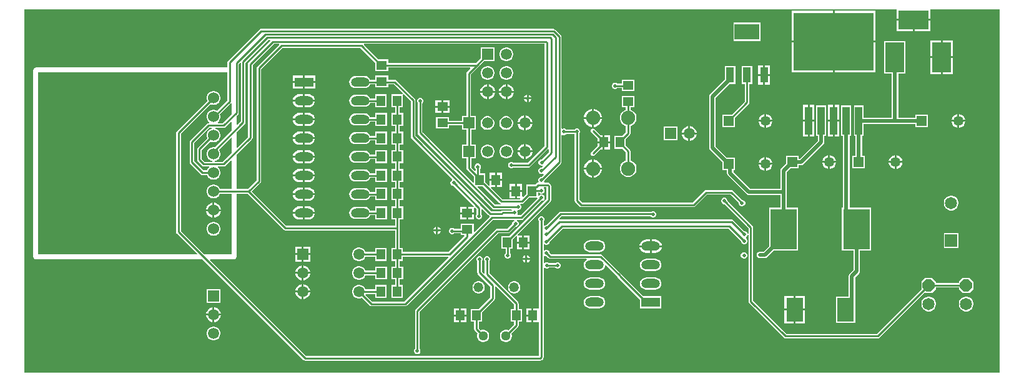
<source format=gbr>
G04*
G04 #@! TF.GenerationSoftware,Altium Limited,Altium Designer,22.4.2 (48)*
G04*
G04 Layer_Physical_Order=2*
G04 Layer_Color=16711680*
%FSLAX24Y24*%
%MOIN*%
G70*
G04*
G04 #@! TF.SameCoordinates,3D4B7757-4479-4088-A00E-F10E6AE17A54*
G04*
G04*
G04 #@! TF.FilePolarity,Positive*
G04*
G01*
G75*
%ADD10C,0.0100*%
%ADD23R,0.0472X0.0551*%
%ADD24R,0.0551X0.0472*%
%ADD38C,0.0600*%
%ADD51C,0.0200*%
%ADD52C,0.0591*%
%ADD53R,0.0591X0.0591*%
%ADD54R,0.1000X0.0500*%
%ADD55O,0.1000X0.0500*%
%ADD56C,0.0520*%
%ADD57R,0.0591X0.0591*%
%ADD58C,0.0512*%
%ADD59C,0.0750*%
%ADD60R,0.0531X0.0531*%
%ADD61C,0.0531*%
%ADD62P,0.0704X8X292.5*%
%ADD63C,0.0650*%
%ADD64R,0.0650X0.0650*%
%ADD65C,0.0650*%
%ADD66R,0.1600X0.1000*%
%ADD67R,0.1000X0.1600*%
%ADD68C,0.0200*%
%ADD69R,0.0433X0.0846*%
%ADD70R,0.1319X0.0846*%
%ADD71R,0.1417X0.2165*%
%ADD72R,0.0886X0.1252*%
%ADD73R,0.0390X0.1492*%
%ADD74R,0.4268X0.3102*%
G36*
X52178Y123D02*
X123D01*
X123Y19585D01*
X46701D01*
Y19060D01*
X47601D01*
X48501D01*
Y19585D01*
X52178D01*
Y123D01*
D02*
G37*
%LPC*%
G36*
X48501Y18960D02*
X47651D01*
Y18410D01*
X48501D01*
Y18960D01*
D02*
G37*
G36*
X47551D02*
X46701D01*
Y18410D01*
X47551D01*
Y18960D01*
D02*
G37*
G36*
X45566Y19494D02*
X43382D01*
Y17893D01*
X45566D01*
Y19494D01*
D02*
G37*
G36*
X43282D02*
X41098D01*
Y17893D01*
X43282D01*
Y19494D01*
D02*
G37*
G36*
X39430Y18855D02*
X37972D01*
Y17869D01*
X39430D01*
Y18855D01*
D02*
G37*
G36*
X49701Y17910D02*
X49151D01*
Y17060D01*
X49701D01*
Y17910D01*
D02*
G37*
G36*
X49051D02*
X48501D01*
Y17060D01*
X49051D01*
Y17910D01*
D02*
G37*
G36*
X45566Y17793D02*
X43382D01*
Y16191D01*
X45566D01*
Y17793D01*
D02*
G37*
G36*
X43282D02*
X41098D01*
Y16191D01*
X43282D01*
Y17793D01*
D02*
G37*
G36*
X49701Y16960D02*
X49151D01*
Y16110D01*
X49701D01*
Y16960D01*
D02*
G37*
G36*
X49051D02*
X48501D01*
Y16110D01*
X49051D01*
Y16960D01*
D02*
G37*
G36*
X39923Y16582D02*
X39656D01*
Y16109D01*
X39923D01*
Y16582D01*
D02*
G37*
G36*
X39556D02*
X39290D01*
Y16109D01*
X39556D01*
Y16582D01*
D02*
G37*
G36*
X32703Y15800D02*
X32012D01*
Y15604D01*
X31769D01*
X31747Y15625D01*
X31685Y15651D01*
X31617D01*
X31555Y15625D01*
X31507Y15578D01*
X31481Y15515D01*
Y15448D01*
X31507Y15385D01*
X31555Y15337D01*
X31617Y15311D01*
X31685D01*
X31747Y15337D01*
X31769Y15359D01*
X32012D01*
Y15188D01*
X32703D01*
Y15800D01*
D02*
G37*
G36*
X39923Y16009D02*
X39656D01*
Y15536D01*
X39923D01*
Y16009D01*
D02*
G37*
G36*
X39556D02*
X39290D01*
Y15536D01*
X39556D01*
Y16009D01*
D02*
G37*
G36*
X30540Y14236D02*
X30528D01*
Y13811D01*
X30953D01*
Y13824D01*
X30921Y13944D01*
X30858Y14053D01*
X30770Y14141D01*
X30661Y14204D01*
X30540Y14236D01*
D02*
G37*
G36*
X30428D02*
X30415D01*
X30295Y14204D01*
X30186Y14141D01*
X30098Y14053D01*
X30035Y13944D01*
X30003Y13824D01*
Y13811D01*
X30428D01*
Y14236D01*
D02*
G37*
G36*
X47171Y17880D02*
X46031D01*
Y16140D01*
X46428D01*
Y13784D01*
X44935D01*
Y14426D01*
X44405D01*
Y12794D01*
X44497D01*
Y11746D01*
X44329D01*
Y11075D01*
X45001D01*
Y11746D01*
X44844D01*
Y12794D01*
X44935D01*
Y13437D01*
X47681D01*
Y13275D01*
X48352D01*
Y13946D01*
X47681D01*
Y13784D01*
X46774D01*
Y16140D01*
X47171D01*
Y17880D01*
D02*
G37*
G36*
X43627Y14456D02*
X43382D01*
Y13660D01*
X43627D01*
Y14456D01*
D02*
G37*
G36*
X43282D02*
X43037D01*
Y13660D01*
X43282D01*
Y14456D01*
D02*
G37*
G36*
X42288D02*
X42043D01*
Y13660D01*
X42288D01*
Y14456D01*
D02*
G37*
G36*
X50035Y13976D02*
Y13660D01*
X50350D01*
X50326Y13752D01*
X50278Y13835D01*
X50210Y13903D01*
X50126Y13951D01*
X50035Y13976D01*
D02*
G37*
G36*
X49935D02*
X49844Y13951D01*
X49761Y13903D01*
X49693Y13835D01*
X49644Y13752D01*
X49620Y13660D01*
X49935D01*
Y13976D01*
D02*
G37*
G36*
X39735D02*
Y13660D01*
X40050D01*
X40026Y13752D01*
X39978Y13835D01*
X39910Y13903D01*
X39826Y13951D01*
X39735Y13976D01*
D02*
G37*
G36*
X39635D02*
X39544Y13951D01*
X39461Y13903D01*
X39393Y13835D01*
X39344Y13752D01*
X39320Y13660D01*
X39635D01*
Y13976D01*
D02*
G37*
G36*
X41943Y14456D02*
X41698D01*
Y13660D01*
X41943D01*
Y14456D01*
D02*
G37*
G36*
X30953Y13711D02*
X30528D01*
Y13286D01*
X30540D01*
X30661Y13318D01*
X30770Y13381D01*
X30858Y13469D01*
X30921Y13578D01*
X30953Y13698D01*
Y13711D01*
D02*
G37*
G36*
X30428D02*
X30003D01*
Y13698D01*
X30035Y13578D01*
X30098Y13469D01*
X30186Y13381D01*
X30295Y13318D01*
X30415Y13286D01*
X30428D01*
Y13711D01*
D02*
G37*
G36*
X38988Y16552D02*
X38414D01*
Y15566D01*
X38579D01*
Y14645D01*
X37879Y13946D01*
X37381D01*
Y13275D01*
X38052D01*
Y13773D01*
X38787Y14508D01*
X38814Y14548D01*
X38823Y14595D01*
Y15566D01*
X38988D01*
Y16552D01*
D02*
G37*
G36*
X50350Y13560D02*
X50035D01*
Y13245D01*
X50126Y13270D01*
X50210Y13318D01*
X50278Y13386D01*
X50326Y13469D01*
X50350Y13560D01*
D02*
G37*
G36*
X49935D02*
X49620D01*
X49644Y13469D01*
X49693Y13386D01*
X49761Y13318D01*
X49844Y13270D01*
X49935Y13245D01*
Y13560D01*
D02*
G37*
G36*
X40050D02*
X39735D01*
Y13245D01*
X39826Y13270D01*
X39910Y13318D01*
X39978Y13386D01*
X40026Y13469D01*
X40050Y13560D01*
D02*
G37*
G36*
X39635D02*
X39320D01*
X39344Y13469D01*
X39393Y13386D01*
X39461Y13318D01*
X39544Y13270D01*
X39635Y13245D01*
Y13560D01*
D02*
G37*
G36*
X35667Y13331D02*
X35665D01*
Y12985D01*
X36010D01*
Y12987D01*
X35983Y13088D01*
X35931Y13178D01*
X35858Y13252D01*
X35767Y13304D01*
X35667Y13331D01*
D02*
G37*
G36*
X35565D02*
X35563D01*
X35462Y13304D01*
X35372Y13252D01*
X35299Y13178D01*
X35247Y13088D01*
X35220Y12987D01*
Y12985D01*
X35565D01*
Y13331D01*
D02*
G37*
G36*
X43627Y13560D02*
X43382D01*
Y12764D01*
X43627D01*
Y13560D01*
D02*
G37*
G36*
X43282D02*
X43037D01*
Y12764D01*
X43282D01*
Y13560D01*
D02*
G37*
G36*
X42288Y13560D02*
X42043D01*
Y12764D01*
X42288D01*
Y13560D01*
D02*
G37*
G36*
X41943D02*
X41698D01*
Y12764D01*
X41943D01*
Y13560D01*
D02*
G37*
G36*
X34980Y13301D02*
X34250D01*
Y12570D01*
X34980D01*
Y13301D01*
D02*
G37*
G36*
X36010Y12885D02*
X35665D01*
Y12540D01*
X35667D01*
X35767Y12567D01*
X35858Y12619D01*
X35931Y12693D01*
X35983Y12783D01*
X36010Y12883D01*
Y12885D01*
D02*
G37*
G36*
X35565D02*
X35220D01*
Y12883D01*
X35247Y12783D01*
X35299Y12693D01*
X35372Y12619D01*
X35462Y12567D01*
X35563Y12540D01*
X35565D01*
Y12885D01*
D02*
G37*
G36*
X31381Y12837D02*
X31095D01*
Y12511D01*
X31381D01*
Y12837D01*
D02*
G37*
G36*
X30478Y13190D02*
X30431Y13180D01*
X30391Y13154D01*
X30365Y13114D01*
X30356Y13067D01*
X30365Y13020D01*
X30391Y12981D01*
X30709Y12664D01*
Y12511D01*
X30995D01*
Y12837D01*
X30882D01*
X30564Y13154D01*
X30525Y13180D01*
X30478Y13190D01*
D02*
G37*
G36*
X31381Y12411D02*
X31095D01*
Y12085D01*
X31381D01*
Y12411D01*
D02*
G37*
G36*
X30995D02*
X30709D01*
Y12258D01*
X30391Y11941D01*
X30365Y11902D01*
X30356Y11855D01*
X30365Y11808D01*
X30391Y11768D01*
X30431Y11742D01*
X30478Y11732D01*
X30525Y11742D01*
X30564Y11768D01*
X30882Y12085D01*
X30995D01*
Y12411D01*
D02*
G37*
G36*
X46684Y11776D02*
Y11460D01*
X46999D01*
X46975Y11552D01*
X46926Y11635D01*
X46858Y11703D01*
X46775Y11751D01*
X46684Y11776D01*
D02*
G37*
G36*
X46584D02*
X46493Y11751D01*
X46409Y11703D01*
X46341Y11635D01*
X46293Y11552D01*
X46268Y11460D01*
X46584D01*
Y11776D01*
D02*
G37*
G36*
X43135D02*
Y11460D01*
X43450D01*
X43426Y11552D01*
X43378Y11635D01*
X43310Y11703D01*
X43226Y11751D01*
X43135Y11776D01*
D02*
G37*
G36*
X43035D02*
X42944Y11751D01*
X42861Y11703D01*
X42793Y11635D01*
X42744Y11552D01*
X42720Y11460D01*
X43035D01*
Y11776D01*
D02*
G37*
G36*
X39735Y11676D02*
Y11360D01*
X40050D01*
X40026Y11452D01*
X39978Y11535D01*
X39910Y11603D01*
X39826Y11651D01*
X39735Y11676D01*
D02*
G37*
G36*
X39635D02*
X39544Y11651D01*
X39461Y11603D01*
X39393Y11535D01*
X39344Y11452D01*
X39320Y11360D01*
X39635D01*
Y11676D01*
D02*
G37*
G36*
X30540Y11526D02*
X30528D01*
Y11101D01*
X30953D01*
Y11114D01*
X30921Y11234D01*
X30858Y11343D01*
X30770Y11431D01*
X30661Y11494D01*
X30540Y11526D01*
D02*
G37*
G36*
X30428D02*
X30415D01*
X30295Y11494D01*
X30186Y11431D01*
X30098Y11343D01*
X30035Y11234D01*
X30003Y11114D01*
Y11101D01*
X30428D01*
Y11526D01*
D02*
G37*
G36*
X46999Y11360D02*
X46684D01*
Y11045D01*
X46775Y11070D01*
X46858Y11118D01*
X46926Y11186D01*
X46975Y11269D01*
X46999Y11360D01*
D02*
G37*
G36*
X46584D02*
X46268D01*
X46293Y11269D01*
X46341Y11186D01*
X46409Y11118D01*
X46493Y11070D01*
X46584Y11045D01*
Y11360D01*
D02*
G37*
G36*
X43450D02*
X43135D01*
Y11045D01*
X43226Y11070D01*
X43310Y11118D01*
X43378Y11186D01*
X43426Y11269D01*
X43450Y11360D01*
D02*
G37*
G36*
X43035D02*
X42720D01*
X42744Y11269D01*
X42793Y11186D01*
X42861Y11118D01*
X42944Y11070D01*
X43035Y11045D01*
Y11360D01*
D02*
G37*
G36*
X40050Y11260D02*
X39735D01*
Y10945D01*
X39826Y10970D01*
X39910Y11018D01*
X39978Y11086D01*
X40026Y11169D01*
X40050Y11260D01*
D02*
G37*
G36*
X39635D02*
X39320D01*
X39344Y11169D01*
X39393Y11086D01*
X39461Y11018D01*
X39544Y10970D01*
X39635Y10945D01*
Y11260D01*
D02*
G37*
G36*
X32703Y14934D02*
X32012D01*
Y14322D01*
X32236D01*
Y14189D01*
X32186Y14176D01*
X32085Y14117D01*
X32002Y14034D01*
X31943Y13933D01*
X31913Y13820D01*
Y13702D01*
X31943Y13589D01*
X32002Y13488D01*
X32085Y13405D01*
X32186Y13346D01*
X32236Y13333D01*
Y12998D01*
X32044Y12807D01*
X31605D01*
Y12115D01*
X32044D01*
X32236Y11924D01*
Y11479D01*
X32186Y11466D01*
X32085Y11407D01*
X32002Y11324D01*
X31943Y11223D01*
X31913Y11110D01*
Y10992D01*
X31943Y10879D01*
X32002Y10778D01*
X32085Y10695D01*
X32186Y10636D01*
X32299Y10606D01*
X32416D01*
X32530Y10636D01*
X32631Y10695D01*
X32714Y10778D01*
X32773Y10879D01*
X32803Y10992D01*
Y11110D01*
X32773Y11223D01*
X32714Y11324D01*
X32631Y11407D01*
X32530Y11466D01*
X32480Y11479D01*
Y11975D01*
X32471Y12021D01*
X32444Y12061D01*
X32217Y12288D01*
Y12634D01*
X32444Y12861D01*
X32471Y12900D01*
X32480Y12947D01*
Y13333D01*
X32530Y13346D01*
X32631Y13405D01*
X32714Y13488D01*
X32773Y13589D01*
X32803Y13702D01*
Y13820D01*
X32773Y13933D01*
X32714Y14034D01*
X32631Y14117D01*
X32530Y14176D01*
X32480Y14189D01*
Y14322D01*
X32703D01*
Y14934D01*
D02*
G37*
G36*
X30953Y11001D02*
X30528D01*
Y10576D01*
X30540D01*
X30661Y10608D01*
X30770Y10671D01*
X30858Y10759D01*
X30921Y10868D01*
X30953Y10988D01*
Y11001D01*
D02*
G37*
G36*
X30428D02*
X30003D01*
Y10988D01*
X30035Y10868D01*
X30098Y10759D01*
X30186Y10671D01*
X30295Y10608D01*
X30415Y10576D01*
X30428D01*
Y11001D01*
D02*
G37*
G36*
X28385Y18521D02*
X12750D01*
X12703Y18512D01*
X12663Y18486D01*
X10994Y16817D01*
X10968Y16777D01*
X10959Y16730D01*
Y16453D01*
X721D01*
X674Y16443D01*
X634Y16417D01*
X608Y16377D01*
X599Y16330D01*
Y6330D01*
X608Y6284D01*
X634Y6244D01*
X674Y6217D01*
X721Y6208D01*
X9630D01*
X15024Y814D01*
X15064Y787D01*
X15111Y778D01*
X27662D01*
X27709Y787D01*
X27749Y814D01*
X27807Y872D01*
X27834Y912D01*
X27843Y959D01*
Y5729D01*
X27893Y5750D01*
X27911Y5732D01*
X27974Y5706D01*
X28041D01*
X28104Y5732D01*
X28125Y5754D01*
X28468D01*
X28495Y5727D01*
X28557Y5701D01*
X28625D01*
X28687Y5727D01*
X28735Y5775D01*
X28761Y5838D01*
Y5905D01*
X28735Y5968D01*
X28687Y6015D01*
X28625Y6041D01*
X28557D01*
X28495Y6015D01*
X28478Y5999D01*
X28125D01*
X28104Y6021D01*
X28041Y6046D01*
X27974D01*
X27911Y6021D01*
X27893Y6003D01*
X27843Y6024D01*
Y6385D01*
X27893Y6406D01*
X27903Y6396D01*
X27966Y6370D01*
X27996D01*
X28102Y6264D01*
X28142Y6237D01*
X28189Y6228D01*
X30127D01*
X30148Y6183D01*
X30147Y6178D01*
X30083Y6129D01*
X30031Y6062D01*
X29999Y5984D01*
X29988Y5900D01*
X29999Y5817D01*
X30031Y5739D01*
X30083Y5672D01*
X30150Y5621D01*
X30227Y5589D01*
X30311Y5578D01*
X30811D01*
X30895Y5589D01*
X30972Y5621D01*
X31039Y5672D01*
X31091Y5739D01*
X31123Y5817D01*
X31129Y5862D01*
X31181Y5880D01*
X31797Y5265D01*
X31799Y5252D01*
X31826Y5212D01*
X32991Y4047D01*
Y3580D01*
X34131D01*
Y4220D01*
X33164D01*
X32028Y5356D01*
X32025Y5369D01*
X31999Y5409D01*
X30971Y6437D01*
X30931Y6463D01*
X30884Y6473D01*
X28240D01*
X28169Y6543D01*
Y6574D01*
X28144Y6636D01*
X28096Y6684D01*
X28033Y6710D01*
X27966D01*
X27903Y6684D01*
X27893Y6674D01*
X27843Y6695D01*
Y6998D01*
X27893Y7019D01*
X27905Y7007D01*
X27967Y6981D01*
X28035D01*
X28097Y7007D01*
X28145Y7055D01*
X28171Y7118D01*
Y7148D01*
X28861Y7838D01*
X37710D01*
X38388Y7160D01*
Y7147D01*
X38414Y7085D01*
X38462Y7037D01*
X38524Y7011D01*
X38592D01*
X38654Y7037D01*
X38702Y7085D01*
X38728Y7147D01*
Y7215D01*
X38702Y7277D01*
X38654Y7325D01*
X38646Y7328D01*
Y7383D01*
X38657Y7387D01*
X38705Y7435D01*
X38731Y7498D01*
X38779Y7492D01*
Y3950D01*
X38788Y3904D01*
X38814Y3864D01*
X40674Y2004D01*
X40714Y1977D01*
X40761Y1968D01*
X45681D01*
X45728Y1977D01*
X45767Y2004D01*
X48191Y4428D01*
X48203Y4415D01*
X48598D01*
X48796Y4613D01*
Y4688D01*
X50006D01*
Y4613D01*
X50203Y4415D01*
X50598D01*
X50796Y4613D01*
Y5008D01*
X50598Y5205D01*
X50203D01*
X50006Y5008D01*
Y4933D01*
X48796D01*
Y5008D01*
X48598Y5205D01*
X48203D01*
X48006Y5008D01*
Y4613D01*
X48018Y4601D01*
X45630Y2213D01*
X40812D01*
X39023Y4001D01*
Y7910D01*
X39014Y7957D01*
X38987Y7997D01*
X37661Y9323D01*
Y9354D01*
X37635Y9417D01*
X37587Y9464D01*
X37525Y9490D01*
X37457D01*
X37395Y9464D01*
X37347Y9417D01*
X37321Y9354D01*
Y9287D01*
X37347Y9224D01*
X37395Y9176D01*
X37457Y9150D01*
X37488D01*
X38779Y7860D01*
Y7571D01*
X38731Y7565D01*
X38705Y7628D01*
X38657Y7675D01*
X38595Y7701D01*
X38564D01*
X37969Y8297D01*
X37929Y8323D01*
X37882Y8333D01*
X28707D01*
X28686Y8383D01*
X28802Y8498D01*
X33561D01*
X33597Y8462D01*
X33659Y8436D01*
X33727D01*
X33790Y8462D01*
X33837Y8510D01*
X33863Y8572D01*
Y8640D01*
X33837Y8702D01*
X33790Y8750D01*
X33727Y8776D01*
X33659D01*
X33597Y8750D01*
X33590Y8743D01*
X28751D01*
X28704Y8733D01*
X28664Y8707D01*
X27998Y8040D01*
X27967D01*
X27905Y8014D01*
X27893Y8003D01*
X27843Y8024D01*
Y8222D01*
X27865Y8244D01*
X27891Y8307D01*
Y8374D01*
X27865Y8437D01*
X27817Y8484D01*
X27755Y8510D01*
X27687D01*
X27625Y8484D01*
X27577Y8437D01*
X27551Y8374D01*
Y8307D01*
X27577Y8244D01*
X27599Y8222D01*
Y3622D01*
X27590Y3576D01*
X27549Y3576D01*
X27304D01*
Y3200D01*
Y2825D01*
X27590Y2825D01*
X27599Y2778D01*
Y1023D01*
X15162D01*
X10023Y6162D01*
X10042Y6208D01*
X11321D01*
X11368Y6217D01*
X11407Y6244D01*
X11434Y6284D01*
X11443Y6330D01*
Y6930D01*
Y8230D01*
Y9708D01*
X12040D01*
X13964Y7784D01*
X14004Y7757D01*
X14051Y7748D01*
X19908D01*
Y6810D01*
X19724D01*
Y6119D01*
X19908D01*
Y5816D01*
X19728D01*
Y5125D01*
X19908D01*
Y4820D01*
X19724D01*
Y4129D01*
X20336D01*
Y4820D01*
X20152D01*
Y5125D01*
X20340D01*
Y5816D01*
X20152D01*
Y6119D01*
X20336D01*
Y6342D01*
X22749D01*
X22768Y6296D01*
X20405Y3933D01*
X18695D01*
X18329Y4298D01*
X18350Y4348D01*
X18858D01*
Y4129D01*
X19470D01*
Y4820D01*
X18858D01*
Y4593D01*
X18329D01*
X18324Y4611D01*
X18276Y4695D01*
X18208Y4763D01*
X18125Y4811D01*
X18032Y4836D01*
X17936D01*
X17843Y4811D01*
X17760Y4763D01*
X17692Y4695D01*
X17644Y4611D01*
X17619Y4518D01*
Y4422D01*
X17644Y4329D01*
X17692Y4246D01*
X17760Y4178D01*
X17843Y4130D01*
X17936Y4105D01*
X18032D01*
X18125Y4130D01*
X18142Y4140D01*
X18557Y3724D01*
X18597Y3697D01*
X18644Y3688D01*
X20456D01*
X20502Y3697D01*
X20542Y3724D01*
X25126Y8308D01*
X26267D01*
X26277Y8258D01*
X26245Y8244D01*
X26197Y8197D01*
X26171Y8134D01*
Y8103D01*
X25900Y7833D01*
X25361D01*
X25314Y7823D01*
X25274Y7797D01*
X21014Y3537D01*
X20988Y3497D01*
X20979Y3450D01*
Y1408D01*
X20957Y1387D01*
X20931Y1324D01*
Y1257D01*
X20957Y1194D01*
X21005Y1146D01*
X21067Y1120D01*
X21135D01*
X21197Y1146D01*
X21245Y1194D01*
X21271Y1257D01*
Y1324D01*
X21245Y1387D01*
X21223Y1408D01*
Y3400D01*
X25412Y7588D01*
X25951D01*
X25998Y7597D01*
X26037Y7624D01*
X26344Y7930D01*
X26375D01*
X26437Y7956D01*
X26485Y8004D01*
X26511Y8067D01*
Y8134D01*
X26485Y8197D01*
X26437Y8244D01*
X26405Y8258D01*
X26415Y8308D01*
X26671D01*
X26718Y8317D01*
X26757Y8344D01*
X27734Y9320D01*
X27765D01*
X27827Y9346D01*
X27875Y9394D01*
X27901Y9457D01*
Y9524D01*
X27875Y9587D01*
X27827Y9634D01*
X27765Y9660D01*
X27697D01*
X27635Y9634D01*
X27590Y9590D01*
X27574Y9592D01*
X27540Y9605D01*
Y9758D01*
X27613D01*
X27635Y9736D01*
X27697Y9710D01*
X27765D01*
X27827Y9736D01*
X27875Y9784D01*
X27901Y9847D01*
Y9914D01*
X27875Y9977D01*
X27844Y10008D01*
X27864Y10058D01*
X27999D01*
Y9423D01*
X26021Y7446D01*
X25582D01*
Y6755D01*
X25809D01*
Y6518D01*
X25787Y6497D01*
X25761Y6434D01*
Y6367D01*
X25787Y6304D01*
X25835Y6256D01*
X25897Y6230D01*
X25965D01*
X26027Y6256D01*
X26075Y6304D01*
X26101Y6367D01*
Y6434D01*
X26075Y6497D01*
X26053Y6518D01*
Y6755D01*
X26194D01*
Y7273D01*
X26368Y7447D01*
X26418Y7426D01*
Y7150D01*
X26704D01*
Y7476D01*
X26468D01*
X26447Y7526D01*
X28207Y9286D01*
X28234Y9326D01*
X28243Y9373D01*
Y10122D01*
X28234Y10169D01*
X28207Y10208D01*
X28149Y10267D01*
X28109Y10293D01*
X28062Y10303D01*
X27889D01*
X27869Y10353D01*
X27891Y10407D01*
Y10437D01*
X28767Y11314D01*
X28794Y11354D01*
X28803Y11400D01*
Y12832D01*
X28853Y12864D01*
X28887Y12850D01*
X28955D01*
X29017Y12876D01*
X29039Y12898D01*
X29499D01*
Y9340D01*
X29508Y9294D01*
X29534Y9254D01*
X29764Y9024D01*
X29804Y8997D01*
X29851Y8988D01*
X35841D01*
X35888Y8997D01*
X35927Y9024D01*
X36562Y9658D01*
X37820D01*
X38265Y9214D01*
Y9172D01*
X38290Y9109D01*
X38338Y9061D01*
X38401Y9036D01*
X38468D01*
X38531Y9061D01*
X38579Y9109D01*
X38605Y9172D01*
Y9239D01*
X38579Y9302D01*
X38531Y9350D01*
X38468Y9376D01*
X38449D01*
X37957Y9867D01*
X37918Y9893D01*
X37871Y9903D01*
X36511D01*
X36464Y9893D01*
X36424Y9867D01*
X35790Y9233D01*
X29902D01*
X29743Y9391D01*
Y12903D01*
X29765Y12925D01*
X29791Y12988D01*
Y13055D01*
X29765Y13118D01*
X29717Y13166D01*
X29655Y13191D01*
X29587D01*
X29525Y13166D01*
X29502Y13143D01*
X29039D01*
X29017Y13164D01*
X28955Y13190D01*
X28887D01*
X28853Y13176D01*
X28803Y13208D01*
Y18103D01*
X28794Y18149D01*
X28767Y18189D01*
X28471Y18486D01*
X28431Y18512D01*
X28385Y18521D01*
D02*
G37*
G36*
X49653Y9605D02*
X49549D01*
X49449Y9578D01*
X49359Y9526D01*
X49285Y9453D01*
X49233Y9363D01*
X49206Y9262D01*
Y9158D01*
X49233Y9058D01*
X49285Y8968D01*
X49359Y8894D01*
X49449Y8842D01*
X49549Y8816D01*
X49653D01*
X49753Y8842D01*
X49843Y8894D01*
X49917Y8968D01*
X49969Y9058D01*
X49996Y9158D01*
Y9262D01*
X49969Y9363D01*
X49917Y9453D01*
X49843Y9526D01*
X49753Y9578D01*
X49653Y9605D01*
D02*
G37*
G36*
X27090Y7476D02*
X26804D01*
Y7150D01*
X27090D01*
Y7476D01*
D02*
G37*
G36*
X33811Y7253D02*
X33611D01*
Y6950D01*
X34157D01*
X34152Y6992D01*
X34117Y7077D01*
X34061Y7150D01*
X33987Y7206D01*
X33902Y7241D01*
X33811Y7253D01*
D02*
G37*
G36*
X33511D02*
X33311D01*
X33220Y7241D01*
X33134Y7206D01*
X33061Y7150D01*
X33005Y7077D01*
X32970Y6992D01*
X32965Y6950D01*
X33511D01*
Y7253D01*
D02*
G37*
G36*
X49996Y7605D02*
X49206D01*
Y6816D01*
X49996D01*
Y7605D01*
D02*
G37*
G36*
X27090Y7050D02*
X26804D01*
Y6725D01*
X27090D01*
Y7050D01*
D02*
G37*
G36*
X26704D02*
X26418D01*
Y6725D01*
X26704D01*
Y7050D01*
D02*
G37*
G36*
X30811Y7223D02*
X30311D01*
X30227Y7212D01*
X30150Y7180D01*
X30083Y7129D01*
X30031Y7062D01*
X29999Y6984D01*
X29988Y6900D01*
X29999Y6817D01*
X30031Y6739D01*
X30083Y6672D01*
X30150Y6621D01*
X30227Y6589D01*
X30311Y6578D01*
X30811D01*
X30895Y6589D01*
X30972Y6621D01*
X31039Y6672D01*
X31091Y6739D01*
X31123Y6817D01*
X31134Y6900D01*
X31123Y6984D01*
X31091Y7062D01*
X31039Y7129D01*
X30972Y7180D01*
X30895Y7212D01*
X30811Y7223D01*
D02*
G37*
G36*
X34157Y6850D02*
X33611D01*
Y6547D01*
X33811D01*
X33902Y6559D01*
X33987Y6595D01*
X34061Y6651D01*
X34117Y6724D01*
X34152Y6809D01*
X34157Y6850D01*
D02*
G37*
G36*
X33511D02*
X32965D01*
X32970Y6809D01*
X33005Y6724D01*
X33061Y6651D01*
X33134Y6595D01*
X33220Y6559D01*
X33311Y6547D01*
X33511D01*
Y6850D01*
D02*
G37*
G36*
X15379Y6866D02*
X15034D01*
Y6520D01*
X15379D01*
Y6866D01*
D02*
G37*
G36*
X14934D02*
X14589D01*
Y6520D01*
X14934D01*
Y6866D01*
D02*
G37*
G36*
X26961Y6416D02*
Y6270D01*
X27107D01*
X27081Y6334D01*
X27024Y6390D01*
X26961Y6416D01*
D02*
G37*
G36*
X26861D02*
X26798Y6390D01*
X26741Y6334D01*
X26715Y6270D01*
X26861D01*
Y6416D01*
D02*
G37*
G36*
X38082Y16552D02*
X37509D01*
Y15811D01*
X36738Y15040D01*
X36701Y14984D01*
X36688Y14918D01*
Y12166D01*
X36701Y12100D01*
X36738Y12044D01*
X37381Y11401D01*
Y10975D01*
X37628D01*
Y10810D01*
X37641Y10744D01*
X37678Y10688D01*
X38678Y9688D01*
X38735Y9650D01*
X38801Y9637D01*
X38801Y9637D01*
X40479D01*
Y8963D01*
X39873D01*
Y6903D01*
X39575Y6605D01*
X39381D01*
X39364Y6601D01*
X39347D01*
X39331Y6595D01*
X39315Y6592D01*
X39300Y6582D01*
X39285Y6575D01*
X39273Y6563D01*
X39258Y6554D01*
X39249Y6540D01*
X39237Y6528D01*
X39230Y6512D01*
X39221Y6498D01*
X39218Y6481D01*
X39211Y6465D01*
Y6448D01*
X39208Y6431D01*
X39211Y6415D01*
Y6398D01*
X39218Y6382D01*
X39221Y6365D01*
X39230Y6351D01*
X39237Y6335D01*
X39249Y6323D01*
X39258Y6309D01*
X39273Y6299D01*
X39285Y6287D01*
X39300Y6281D01*
X39315Y6271D01*
X39331Y6268D01*
X39347Y6261D01*
X39364D01*
X39381Y6258D01*
X39647D01*
X39714Y6271D01*
X39770Y6309D01*
X40119Y6658D01*
X41431D01*
Y8963D01*
X40825D01*
Y9810D01*
Y10874D01*
X41026Y11075D01*
X41452D01*
Y11237D01*
X41601D01*
X41667Y11250D01*
X41724Y11288D01*
X42785Y12349D01*
X42823Y12405D01*
X42836Y12472D01*
Y12794D01*
X42927D01*
Y14426D01*
X42398D01*
Y12794D01*
X42489D01*
Y12544D01*
X41529Y11584D01*
X41452D01*
Y11746D01*
X40781D01*
Y11320D01*
X40530Y11068D01*
X40492Y11012D01*
X40479Y10946D01*
Y9984D01*
X38873D01*
X37974Y10882D01*
Y10975D01*
X38052D01*
Y11646D01*
X37626D01*
X37034Y12238D01*
Y14846D01*
X37754Y15566D01*
X38082D01*
Y16552D01*
D02*
G37*
G36*
X38575Y6581D02*
X38507D01*
X38445Y6556D01*
X38397Y6508D01*
X38371Y6445D01*
Y6378D01*
X38397Y6315D01*
X38445Y6267D01*
X38507Y6241D01*
X38575D01*
X38637Y6267D01*
X38685Y6315D01*
X38711Y6378D01*
Y6445D01*
X38685Y6508D01*
X38637Y6556D01*
X38575Y6581D01*
D02*
G37*
G36*
X18032Y6836D02*
X17936D01*
X17843Y6811D01*
X17760Y6763D01*
X17692Y6695D01*
X17644Y6611D01*
X17619Y6518D01*
Y6422D01*
X17644Y6329D01*
X17692Y6246D01*
X17760Y6178D01*
X17843Y6130D01*
X17936Y6105D01*
X18032D01*
X18125Y6130D01*
X18208Y6178D01*
X18276Y6246D01*
X18324Y6329D01*
X18329Y6348D01*
X18858D01*
Y6119D01*
X19470D01*
Y6810D01*
X18858D01*
Y6593D01*
X18329D01*
X18324Y6611D01*
X18276Y6695D01*
X18208Y6763D01*
X18125Y6811D01*
X18032Y6836D01*
D02*
G37*
G36*
X15379Y6420D02*
X15034D01*
Y6075D01*
X15379D01*
Y6420D01*
D02*
G37*
G36*
X14934D02*
X14589D01*
Y6075D01*
X14934D01*
Y6420D01*
D02*
G37*
G36*
X27107Y6170D02*
X26961D01*
Y6025D01*
X27024Y6051D01*
X27081Y6107D01*
X27107Y6170D01*
D02*
G37*
G36*
X26861D02*
X26715D01*
X26741Y6107D01*
X26798Y6051D01*
X26861Y6025D01*
Y6170D01*
D02*
G37*
G36*
X33811Y6223D02*
X33311D01*
X33227Y6212D01*
X33150Y6180D01*
X33083Y6129D01*
X33031Y6062D01*
X32999Y5984D01*
X32988Y5900D01*
X32999Y5817D01*
X33031Y5739D01*
X33083Y5672D01*
X33150Y5621D01*
X33227Y5589D01*
X33311Y5578D01*
X33811D01*
X33895Y5589D01*
X33972Y5621D01*
X34039Y5672D01*
X34090Y5739D01*
X34123Y5817D01*
X34134Y5900D01*
X34123Y5984D01*
X34090Y6062D01*
X34039Y6129D01*
X33972Y6180D01*
X33895Y6212D01*
X33811Y6223D01*
D02*
G37*
G36*
X15036Y5866D02*
X15034D01*
Y5520D01*
X15379D01*
Y5522D01*
X15352Y5623D01*
X15300Y5713D01*
X15227Y5787D01*
X15137Y5839D01*
X15036Y5866D01*
D02*
G37*
G36*
X14934D02*
X14932D01*
X14831Y5839D01*
X14741Y5787D01*
X14668Y5713D01*
X14616Y5623D01*
X14589Y5522D01*
Y5520D01*
X14934D01*
Y5866D01*
D02*
G37*
G36*
X24855Y6370D02*
X24787D01*
X24725Y6344D01*
X24677Y6297D01*
X24651Y6234D01*
Y6167D01*
X24677Y6104D01*
X24699Y6082D01*
Y5466D01*
X24649Y5446D01*
X24543Y5551D01*
Y6082D01*
X24565Y6104D01*
X24591Y6167D01*
Y6234D01*
X24565Y6297D01*
X24517Y6344D01*
X24455Y6370D01*
X24387D01*
X24325Y6344D01*
X24277Y6297D01*
X24251Y6234D01*
Y6167D01*
X24277Y6104D01*
X24299Y6082D01*
Y5500D01*
X24308Y5454D01*
X24334Y5414D01*
X24999Y4750D01*
Y4157D01*
X24387Y3546D01*
X23948D01*
Y2855D01*
X24132D01*
Y2457D01*
X24141Y2410D01*
X24168Y2371D01*
X24309Y2229D01*
X24307Y2226D01*
X24285Y2143D01*
Y2057D01*
X24307Y1975D01*
X24350Y1900D01*
X24411Y1840D01*
X24485Y1797D01*
X24568Y1774D01*
X24654D01*
X24737Y1797D01*
X24811Y1840D01*
X24872Y1900D01*
X24914Y1975D01*
X24937Y2057D01*
Y2143D01*
X24914Y2226D01*
X24872Y2300D01*
X24811Y2361D01*
X24737Y2404D01*
X24654Y2426D01*
X24568D01*
X24485Y2404D01*
X24482Y2402D01*
X24376Y2508D01*
Y2855D01*
X24560D01*
Y3373D01*
X25207Y4020D01*
X25234Y4060D01*
X25243Y4107D01*
Y4734D01*
X25293Y4755D01*
X26266Y3783D01*
Y3546D01*
X26082D01*
Y2855D01*
X26266D01*
Y2708D01*
X25960Y2402D01*
X25957Y2404D01*
X25874Y2426D01*
X25788D01*
X25705Y2404D01*
X25631Y2361D01*
X25570Y2300D01*
X25528Y2226D01*
X25505Y2143D01*
Y2057D01*
X25528Y1975D01*
X25570Y1900D01*
X25631Y1840D01*
X25705Y1797D01*
X25788Y1774D01*
X25874D01*
X25957Y1797D01*
X26031Y1840D01*
X26092Y1900D01*
X26135Y1975D01*
X26157Y2057D01*
Y2143D01*
X26135Y2226D01*
X26133Y2229D01*
X26474Y2571D01*
X26501Y2610D01*
X26510Y2657D01*
Y2855D01*
X26694D01*
Y3546D01*
X26510D01*
Y3833D01*
X26501Y3880D01*
X26474Y3920D01*
X24943Y5451D01*
Y6082D01*
X24965Y6104D01*
X24991Y6167D01*
Y6234D01*
X24965Y6297D01*
X24917Y6344D01*
X24855Y6370D01*
D02*
G37*
G36*
X18032Y5836D02*
X17936D01*
X17843Y5811D01*
X17760Y5763D01*
X17692Y5695D01*
X17644Y5611D01*
X17619Y5518D01*
Y5422D01*
X17644Y5329D01*
X17692Y5246D01*
X17760Y5178D01*
X17843Y5130D01*
X17936Y5105D01*
X18032D01*
X18125Y5130D01*
X18208Y5178D01*
X18276Y5246D01*
X18324Y5329D01*
X18329Y5348D01*
X18862D01*
Y5125D01*
X19474D01*
Y5816D01*
X18862D01*
Y5593D01*
X18329D01*
X18324Y5611D01*
X18276Y5695D01*
X18208Y5763D01*
X18125Y5811D01*
X18032Y5836D01*
D02*
G37*
G36*
X15379Y5420D02*
X15034D01*
Y5075D01*
X15036D01*
X15137Y5102D01*
X15227Y5154D01*
X15300Y5228D01*
X15352Y5318D01*
X15379Y5418D01*
Y5420D01*
D02*
G37*
G36*
X14934D02*
X14589D01*
Y5418D01*
X14616Y5318D01*
X14668Y5228D01*
X14741Y5154D01*
X14831Y5102D01*
X14932Y5075D01*
X14934D01*
Y5420D01*
D02*
G37*
G36*
X33811Y5223D02*
X33311D01*
X33227Y5212D01*
X33150Y5180D01*
X33083Y5129D01*
X33031Y5062D01*
X32999Y4984D01*
X32988Y4900D01*
X32999Y4817D01*
X33031Y4739D01*
X33083Y4672D01*
X33150Y4621D01*
X33227Y4589D01*
X33311Y4578D01*
X33811D01*
X33895Y4589D01*
X33972Y4621D01*
X34039Y4672D01*
X34090Y4739D01*
X34123Y4817D01*
X34134Y4900D01*
X34123Y4984D01*
X34090Y5062D01*
X34039Y5129D01*
X33972Y5180D01*
X33895Y5212D01*
X33811Y5223D01*
D02*
G37*
G36*
X30811D02*
X30311D01*
X30227Y5212D01*
X30150Y5180D01*
X30083Y5129D01*
X30031Y5062D01*
X29999Y4984D01*
X29988Y4900D01*
X29999Y4817D01*
X30031Y4739D01*
X30083Y4672D01*
X30150Y4621D01*
X30227Y4589D01*
X30311Y4578D01*
X30811D01*
X30895Y4589D01*
X30972Y4621D01*
X31039Y4672D01*
X31091Y4739D01*
X31123Y4817D01*
X31134Y4900D01*
X31123Y4984D01*
X31091Y5062D01*
X31039Y5129D01*
X30972Y5180D01*
X30895Y5212D01*
X30811Y5223D01*
D02*
G37*
G36*
X15036Y4866D02*
X15034D01*
Y4520D01*
X15379D01*
Y4522D01*
X15352Y4623D01*
X15300Y4713D01*
X15227Y4787D01*
X15137Y4839D01*
X15036Y4866D01*
D02*
G37*
G36*
X14934D02*
X14932D01*
X14831Y4839D01*
X14741Y4787D01*
X14668Y4713D01*
X14616Y4623D01*
X14589Y4522D01*
Y4520D01*
X14934D01*
Y4866D01*
D02*
G37*
G36*
X26314Y5030D02*
X26228D01*
X26144Y5008D01*
X26068Y4964D01*
X26007Y4903D01*
X25963Y4828D01*
X25941Y4744D01*
Y4657D01*
X25963Y4573D01*
X26007Y4498D01*
X26068Y4436D01*
X26144Y4393D01*
X26228Y4370D01*
X26314D01*
X26398Y4393D01*
X26474Y4436D01*
X26535Y4498D01*
X26578Y4573D01*
X26601Y4657D01*
Y4744D01*
X26578Y4828D01*
X26535Y4903D01*
X26474Y4964D01*
X26398Y5008D01*
X26314Y5030D01*
D02*
G37*
G36*
X24414D02*
X24328D01*
X24244Y5008D01*
X24168Y4964D01*
X24107Y4903D01*
X24063Y4828D01*
X24041Y4744D01*
Y4657D01*
X24063Y4573D01*
X24107Y4498D01*
X24168Y4436D01*
X24244Y4393D01*
X24328Y4370D01*
X24414D01*
X24498Y4393D01*
X24574Y4436D01*
X24635Y4498D01*
X24678Y4573D01*
X24701Y4657D01*
Y4744D01*
X24678Y4828D01*
X24635Y4903D01*
X24574Y4964D01*
X24498Y5008D01*
X24414Y5030D01*
D02*
G37*
G36*
X15379Y4420D02*
X15034D01*
Y4075D01*
X15036D01*
X15137Y4102D01*
X15227Y4154D01*
X15300Y4228D01*
X15352Y4318D01*
X15379Y4418D01*
Y4420D01*
D02*
G37*
G36*
X14934D02*
X14589D01*
Y4418D01*
X14616Y4318D01*
X14668Y4228D01*
X14741Y4154D01*
X14831Y4102D01*
X14932Y4075D01*
X14934D01*
Y4420D01*
D02*
G37*
G36*
X10586Y4609D02*
X9856D01*
Y3878D01*
X10586D01*
Y4609D01*
D02*
G37*
G36*
X30811Y4223D02*
X30311D01*
X30227Y4212D01*
X30150Y4180D01*
X30083Y4129D01*
X30031Y4062D01*
X29999Y3984D01*
X29988Y3900D01*
X29999Y3817D01*
X30031Y3739D01*
X30083Y3672D01*
X30150Y3621D01*
X30227Y3589D01*
X30311Y3578D01*
X30811D01*
X30895Y3589D01*
X30972Y3621D01*
X31039Y3672D01*
X31091Y3739D01*
X31123Y3817D01*
X31134Y3900D01*
X31123Y3984D01*
X31091Y4062D01*
X31039Y4129D01*
X30972Y4180D01*
X30895Y4212D01*
X30811Y4223D01*
D02*
G37*
G36*
X41784Y4236D02*
X41291D01*
Y3560D01*
X41784D01*
Y4236D01*
D02*
G37*
G36*
X41191D02*
X40698D01*
Y3560D01*
X41191D01*
Y4236D01*
D02*
G37*
G36*
X50453Y4205D02*
X50349D01*
X50249Y4178D01*
X50158Y4126D01*
X50085Y4053D01*
X50033Y3963D01*
X50006Y3862D01*
Y3758D01*
X50033Y3658D01*
X50085Y3568D01*
X50158Y3494D01*
X50249Y3442D01*
X50349Y3415D01*
X50453D01*
X50553Y3442D01*
X50644Y3494D01*
X50717Y3568D01*
X50769Y3658D01*
X50796Y3758D01*
Y3862D01*
X50769Y3963D01*
X50717Y4053D01*
X50644Y4126D01*
X50553Y4178D01*
X50453Y4205D01*
D02*
G37*
G36*
X48453D02*
X48349D01*
X48249Y4178D01*
X48158Y4126D01*
X48085Y4053D01*
X48033Y3963D01*
X48006Y3862D01*
Y3758D01*
X48033Y3658D01*
X48085Y3568D01*
X48158Y3494D01*
X48249Y3442D01*
X48349Y3415D01*
X48453D01*
X48553Y3442D01*
X48644Y3494D01*
X48717Y3568D01*
X48769Y3658D01*
X48796Y3758D01*
Y3862D01*
X48769Y3963D01*
X48717Y4053D01*
X48644Y4126D01*
X48553Y4178D01*
X48453Y4205D01*
D02*
G37*
G36*
X10273Y3639D02*
X10271D01*
Y3293D01*
X10616D01*
Y3295D01*
X10589Y3396D01*
X10537Y3486D01*
X10464Y3560D01*
X10374Y3612D01*
X10273Y3639D01*
D02*
G37*
G36*
X10171D02*
X10169D01*
X10068Y3612D01*
X9978Y3560D01*
X9905Y3486D01*
X9853Y3396D01*
X9826Y3295D01*
Y3293D01*
X10171D01*
Y3639D01*
D02*
G37*
G36*
X23724Y3576D02*
X23438D01*
Y3250D01*
X23724D01*
Y3576D01*
D02*
G37*
G36*
X23338D02*
X23052D01*
Y3250D01*
X23338D01*
Y3576D01*
D02*
G37*
G36*
X27204D02*
X26918D01*
Y3250D01*
X27204D01*
Y3576D01*
D02*
G37*
G36*
X10616Y3193D02*
X10271D01*
Y2848D01*
X10273D01*
X10374Y2875D01*
X10464Y2927D01*
X10537Y3001D01*
X10589Y3091D01*
X10616Y3191D01*
Y3193D01*
D02*
G37*
G36*
X10171D02*
X9826D01*
Y3191D01*
X9853Y3091D01*
X9905Y3001D01*
X9978Y2927D01*
X10068Y2875D01*
X10169Y2848D01*
X10171D01*
Y3193D01*
D02*
G37*
G36*
X23724Y3150D02*
X23438D01*
Y2825D01*
X23724D01*
Y3150D01*
D02*
G37*
G36*
X23338D02*
X23052D01*
Y2825D01*
X23338D01*
Y3150D01*
D02*
G37*
G36*
X27204D02*
X26918D01*
Y2825D01*
X27204D01*
Y3150D01*
D02*
G37*
G36*
X44266Y14426D02*
X43736D01*
Y12794D01*
X43828D01*
Y8963D01*
X43771D01*
Y6658D01*
X44376D01*
Y5627D01*
X44182Y5432D01*
X44144Y5376D01*
X44131Y5309D01*
Y4206D01*
X43448D01*
Y2814D01*
X44474D01*
Y3837D01*
X44477Y3853D01*
X44477Y3853D01*
Y5237D01*
X44672Y5432D01*
X44710Y5489D01*
X44723Y5555D01*
Y6658D01*
X45328D01*
Y8963D01*
X44174D01*
Y12794D01*
X44266D01*
Y14426D01*
D02*
G37*
G36*
X41784Y3460D02*
X41291D01*
Y2784D01*
X41784D01*
Y3460D01*
D02*
G37*
G36*
X41191D02*
X40698D01*
Y2784D01*
X41191D01*
Y3460D01*
D02*
G37*
G36*
X10269Y2609D02*
X10173D01*
X10080Y2584D01*
X9997Y2536D01*
X9929Y2468D01*
X9881Y2384D01*
X9856Y2291D01*
Y2195D01*
X9881Y2102D01*
X9929Y2019D01*
X9997Y1951D01*
X10080Y1903D01*
X10173Y1878D01*
X10269D01*
X10362Y1903D01*
X10445Y1951D01*
X10513Y2019D01*
X10561Y2102D01*
X10586Y2195D01*
Y2291D01*
X10561Y2384D01*
X10513Y2468D01*
X10445Y2536D01*
X10362Y2584D01*
X10269Y2609D01*
D02*
G37*
%LPD*%
G36*
X10959Y14701D02*
X10408Y14150D01*
X10364Y14175D01*
X10270Y14200D01*
X10172D01*
X10078Y14175D01*
X9994Y14126D01*
X9925Y14058D01*
X9876Y13973D01*
X9851Y13879D01*
Y13782D01*
X9876Y13688D01*
X9925Y13603D01*
X9994Y13534D01*
X9997Y13533D01*
X9983Y13483D01*
X9951D01*
X9904Y13473D01*
X9864Y13447D01*
X8984Y12567D01*
X8958Y12527D01*
X8949Y12480D01*
Y11390D01*
X8958Y11344D01*
X8984Y11304D01*
X9544Y10744D01*
X9584Y10717D01*
X9631Y10708D01*
X9871D01*
X9876Y10688D01*
X9925Y10603D01*
X9994Y10534D01*
X10078Y10486D01*
X10172Y10460D01*
X10270D01*
X10364Y10486D01*
X10448Y10534D01*
X10517Y10603D01*
X10566Y10688D01*
X10591Y10782D01*
Y10879D01*
X10566Y10973D01*
X10517Y11058D01*
X10457Y11118D01*
X10468Y11168D01*
X10771D01*
X10818Y11177D01*
X10857Y11204D01*
X11152Y11499D01*
X11199Y11480D01*
Y9953D01*
X10571D01*
X10566Y9973D01*
X10517Y10058D01*
X10448Y10126D01*
X10364Y10175D01*
X10270Y10200D01*
X10172D01*
X10078Y10175D01*
X9994Y10126D01*
X9925Y10058D01*
X9876Y9973D01*
X9851Y9879D01*
Y9782D01*
X9876Y9688D01*
X9925Y9603D01*
X9994Y9534D01*
X10078Y9486D01*
X10172Y9460D01*
X10270D01*
X10364Y9486D01*
X10448Y9534D01*
X10517Y9603D01*
X10566Y9688D01*
X10571Y9708D01*
X11199D01*
Y8230D01*
Y6930D01*
Y6453D01*
X9732D01*
X8473Y7711D01*
Y12910D01*
X10060Y14496D01*
X10078Y14486D01*
X10172Y14460D01*
X10270D01*
X10364Y14486D01*
X10448Y14534D01*
X10517Y14603D01*
X10566Y14688D01*
X10591Y14782D01*
Y14879D01*
X10566Y14973D01*
X10517Y15058D01*
X10448Y15126D01*
X10364Y15175D01*
X10270Y15200D01*
X10172D01*
X10078Y15175D01*
X9994Y15126D01*
X9925Y15058D01*
X9876Y14973D01*
X9851Y14879D01*
Y14782D01*
X9876Y14688D01*
X9887Y14669D01*
X8264Y13047D01*
X8238Y13007D01*
X8229Y12960D01*
Y7660D01*
X8238Y7614D01*
X8264Y7574D01*
X9339Y6499D01*
X9320Y6453D01*
X843D01*
Y16208D01*
X10959D01*
Y14701D01*
D02*
G37*
G36*
X18855Y16717D02*
Y16277D01*
X19547D01*
Y16461D01*
X23915D01*
X23934Y16415D01*
X23758Y16239D01*
X23732Y16199D01*
X23722Y16152D01*
Y13858D01*
X23479D01*
Y13615D01*
X22787D01*
Y13803D01*
X22095D01*
Y13191D01*
X22787D01*
Y13370D01*
X23479D01*
Y13127D01*
X23729D01*
Y12336D01*
X23486D01*
Y11605D01*
X23729D01*
Y11067D01*
X23738Y11020D01*
X23764Y10980D01*
X24122Y10623D01*
Y10313D01*
X24075Y10294D01*
X21363Y13006D01*
Y14532D01*
X21395Y14564D01*
X21421Y14627D01*
Y14694D01*
X21395Y14757D01*
X21347Y14804D01*
X21285Y14830D01*
X21217D01*
X21155Y14804D01*
X21107Y14757D01*
X21081Y14694D01*
Y14627D01*
X21107Y14564D01*
X21119Y14552D01*
Y12956D01*
X21128Y12909D01*
X21154Y12869D01*
X25111Y8912D01*
X25151Y8886D01*
X25198Y8877D01*
X26128D01*
X26152Y8827D01*
X26140Y8813D01*
X25647D01*
X25601Y8803D01*
X25561Y8777D01*
X25557Y8773D01*
X25042D01*
X21003Y12811D01*
Y14700D01*
X20994Y14747D01*
X20967Y14787D01*
X19987Y15767D01*
X19948Y15793D01*
X19901Y15803D01*
X19547D01*
Y16023D01*
X18855D01*
Y15803D01*
X18587D01*
X18570Y15842D01*
X18519Y15909D01*
X18452Y15960D01*
X18375Y15992D01*
X18291Y16003D01*
X17791D01*
X17707Y15992D01*
X17630Y15960D01*
X17563Y15909D01*
X17511Y15842D01*
X17479Y15764D01*
X17468Y15680D01*
X17479Y15597D01*
X17511Y15519D01*
X17563Y15452D01*
X17630Y15401D01*
X17707Y15369D01*
X17791Y15358D01*
X18291D01*
X18375Y15369D01*
X18452Y15401D01*
X18519Y15452D01*
X18570Y15519D01*
X18587Y15558D01*
X18855D01*
Y15411D01*
X19547D01*
Y15558D01*
X19850D01*
X20336Y15072D01*
X20315Y15022D01*
X19724D01*
Y14331D01*
X19912D01*
Y14025D01*
X19728D01*
Y13334D01*
X19912D01*
Y13024D01*
X19728D01*
Y12333D01*
X19912D01*
Y12033D01*
X19728D01*
Y11342D01*
X19912D01*
Y11024D01*
X19728D01*
Y10333D01*
X19912D01*
Y10046D01*
X19728D01*
Y9355D01*
X19912D01*
Y9026D01*
X19728D01*
Y8335D01*
X19908D01*
Y7993D01*
X14102D01*
X12264Y9830D01*
X12727Y10294D01*
X12754Y10334D01*
X12763Y10380D01*
Y16370D01*
X13902Y17508D01*
X18064D01*
X18855Y16717D01*
D02*
G37*
G36*
X11199Y14524D02*
Y13961D01*
X10720Y13483D01*
X10459D01*
X10445Y13533D01*
X10448Y13534D01*
X10517Y13603D01*
X10566Y13688D01*
X10591Y13782D01*
Y13879D01*
X10568Y13964D01*
X11149Y14545D01*
X11199Y14524D01*
D02*
G37*
G36*
X11679Y16690D02*
Y13581D01*
X11490Y13392D01*
X11443Y13411D01*
Y13860D01*
X11527Y13944D01*
X11554Y13984D01*
X11563Y14030D01*
Y16640D01*
X11632Y16709D01*
X11679Y16690D01*
D02*
G37*
G36*
X11199Y13550D02*
Y13101D01*
X10292Y12194D01*
X10270Y12200D01*
X10172D01*
X10078Y12175D01*
X9994Y12126D01*
X9925Y12058D01*
X9876Y11973D01*
X9851Y11879D01*
Y11782D01*
X9876Y11688D01*
X9925Y11603D01*
X9994Y11534D01*
X10078Y11486D01*
X10163Y11463D01*
X10157Y11413D01*
X9747D01*
X9583Y11576D01*
Y12040D01*
X10047Y12504D01*
X10078Y12486D01*
X10172Y12460D01*
X10270D01*
X10364Y12486D01*
X10448Y12534D01*
X10517Y12603D01*
X10566Y12688D01*
X10591Y12782D01*
Y12879D01*
X10566Y12973D01*
X10517Y13058D01*
X10448Y13126D01*
X10364Y13175D01*
X10316Y13188D01*
X10322Y13238D01*
X10771D01*
X10818Y13247D01*
X10857Y13274D01*
X11152Y13569D01*
X11199Y13550D01*
D02*
G37*
G36*
X13256Y17890D02*
X12096Y16730D01*
X12069Y16690D01*
X12060Y16643D01*
Y12752D01*
X11490Y12182D01*
X11443Y12201D01*
Y13000D01*
X11887Y13444D01*
X11914Y13484D01*
X11923Y13530D01*
Y16707D01*
X13153Y17937D01*
X13237D01*
X13256Y17890D01*
D02*
G37*
G36*
X11199Y12690D02*
Y11891D01*
X10720Y11413D01*
X10285D01*
X10278Y11463D01*
X10364Y11486D01*
X10448Y11534D01*
X10517Y11603D01*
X10566Y11688D01*
X10591Y11782D01*
Y11879D01*
X10566Y11973D01*
X10517Y12058D01*
X10509Y12065D01*
X11152Y12709D01*
X11199Y12690D01*
D02*
G37*
G36*
X10126Y13188D02*
X10078Y13175D01*
X9994Y13126D01*
X9925Y13058D01*
X9876Y12973D01*
X9851Y12879D01*
Y12782D01*
X9876Y12688D01*
X9879Y12682D01*
X9374Y12178D01*
X9348Y12138D01*
X9339Y12091D01*
Y11525D01*
X9348Y11479D01*
X9374Y11439D01*
X9610Y11204D01*
X9649Y11177D01*
X9696Y11168D01*
X9973D01*
X9985Y11118D01*
X9925Y11058D01*
X9876Y10973D01*
X9871Y10953D01*
X9682D01*
X9193Y11441D01*
Y12430D01*
X10002Y13238D01*
X10120D01*
X10126Y13188D01*
D02*
G37*
G36*
X13726Y17678D02*
X12554Y16507D01*
X12528Y16467D01*
X12519Y16420D01*
Y10431D01*
X12040Y9953D01*
X11443D01*
Y11790D01*
X12269Y12615D01*
X12295Y12655D01*
X12305Y12702D01*
Y16593D01*
X13440Y17728D01*
X13705D01*
X13726Y17678D01*
D02*
G37*
G36*
X27889Y12251D02*
X27000Y11363D01*
X26229D01*
X26207Y11384D01*
X26145Y11410D01*
X26077D01*
X26015Y11384D01*
X25967Y11337D01*
X25941Y11274D01*
Y11207D01*
X25967Y11144D01*
X26015Y11096D01*
X26077Y11070D01*
X26145D01*
X26207Y11096D01*
X26229Y11118D01*
X27051D01*
X27098Y11127D01*
X27137Y11154D01*
X28079Y12095D01*
X28129Y12074D01*
Y11941D01*
X27738Y11550D01*
X27707D01*
X27645Y11524D01*
X27597Y11477D01*
X27571Y11414D01*
Y11347D01*
X27597Y11284D01*
X27645Y11236D01*
X27707Y11210D01*
X27767D01*
X27782Y11190D01*
X27792Y11164D01*
X27728Y11100D01*
X27697D01*
X27635Y11074D01*
X27587Y11027D01*
X27561Y10964D01*
Y10897D01*
X27587Y10834D01*
X27635Y10786D01*
X27697Y10760D01*
X27765D01*
X27827Y10786D01*
X27856Y10748D01*
X27718Y10610D01*
X27687D01*
X27625Y10584D01*
X27577Y10537D01*
X27551Y10474D01*
Y10407D01*
X27573Y10353D01*
X27560Y10319D01*
X27548Y10302D01*
X27503Y10293D01*
X27464Y10267D01*
X27393Y10196D01*
X26928D01*
Y9715D01*
X26922Y9711D01*
X26750Y9540D01*
X26704Y9559D01*
Y9800D01*
X26418D01*
Y9475D01*
X26574D01*
X26600Y9425D01*
X26592Y9413D01*
X25639D01*
X25023Y10029D01*
X25042Y10075D01*
X25244D01*
Y10400D01*
X24958D01*
Y10159D01*
X24912Y10140D01*
X24740Y10311D01*
X24734Y10315D01*
Y10796D01*
X24453D01*
Y11032D01*
X24475Y11054D01*
X24501Y11117D01*
Y11184D01*
X24475Y11247D01*
X24427Y11294D01*
X24365Y11320D01*
X24297D01*
X24235Y11294D01*
X24187Y11247D01*
X24161Y11184D01*
Y11117D01*
X24187Y11054D01*
X24209Y11032D01*
Y10947D01*
X24162Y10928D01*
X23973Y11117D01*
Y11605D01*
X24216D01*
Y12336D01*
X23973D01*
Y13127D01*
X24210D01*
Y13858D01*
X23967D01*
Y16102D01*
X24362Y16497D01*
X24669Y16803D01*
X25226D01*
Y17534D01*
X24496D01*
Y16976D01*
X24225Y16706D01*
X19547D01*
Y16890D01*
X19028D01*
X18240Y17678D01*
X18261Y17728D01*
X27889D01*
Y12251D01*
D02*
G37*
G36*
X25501Y9204D02*
X25541Y9177D01*
X25571Y9171D01*
X25566Y9121D01*
X25248D01*
X24311Y10059D01*
X24330Y10105D01*
X24600D01*
X25501Y9204D01*
D02*
G37*
G36*
X27522Y9455D02*
X26620Y8553D01*
X26459D01*
X26439Y8603D01*
X26461Y8657D01*
Y8724D01*
X26437Y8783D01*
X26437Y8783D01*
X26446Y8803D01*
X26464Y8829D01*
X26514D01*
X26576Y8855D01*
X26624Y8903D01*
X26650Y8965D01*
Y9033D01*
X26624Y9095D01*
X26601Y9118D01*
X26622Y9168D01*
X26674D01*
X26721Y9177D01*
X26761Y9204D01*
X27061Y9505D01*
X27502D01*
X27522Y9455D01*
D02*
G37*
G36*
X20759Y14650D02*
Y12760D01*
X20768Y12714D01*
X20794Y12674D01*
X22970Y10499D01*
X22958Y10440D01*
X22944Y10434D01*
X22896Y10386D01*
X22870Y10324D01*
Y10256D01*
X22896Y10193D01*
X22944Y10146D01*
X23007Y10120D01*
X23037D01*
X24108Y9050D01*
X24087Y9000D01*
X23811D01*
Y8713D01*
X24137D01*
Y8950D01*
X24187Y8971D01*
X24269Y8889D01*
Y8618D01*
X24247Y8597D01*
X24221Y8534D01*
Y8467D01*
X24247Y8404D01*
X24295Y8356D01*
X24357Y8330D01*
X24425D01*
X24487Y8356D01*
X24535Y8404D01*
X24561Y8467D01*
Y8534D01*
X24535Y8597D01*
X24513Y8618D01*
Y8884D01*
X24563Y8905D01*
X24904Y8564D01*
X24941Y8539D01*
X24945Y8535D01*
X24956Y8484D01*
X24153Y7681D01*
X24107Y7700D01*
Y8104D01*
X23415D01*
Y7838D01*
X23068D01*
X23046Y7860D01*
X22984Y7886D01*
X22916D01*
X22854Y7860D01*
X22806Y7812D01*
X22780Y7750D01*
Y7682D01*
X22806Y7620D01*
X22854Y7572D01*
X22916Y7546D01*
X22984D01*
X23046Y7572D01*
X23068Y7594D01*
X23415D01*
Y7491D01*
X23598D01*
X23619Y7441D01*
X22765Y6587D01*
X20336D01*
Y6810D01*
X20152D01*
Y7870D01*
Y8335D01*
X20340D01*
Y9026D01*
X20156D01*
Y9355D01*
X20340D01*
Y10046D01*
X20156D01*
Y10333D01*
X20340D01*
Y11024D01*
X20156D01*
Y11342D01*
X20340D01*
Y12033D01*
X20156D01*
Y12333D01*
X20340D01*
Y13024D01*
X20156D01*
Y13334D01*
X20340D01*
Y14025D01*
X20156D01*
Y14331D01*
X20336D01*
Y15001D01*
X20386Y15022D01*
X20759Y14650D01*
D02*
G37*
%LPC*%
G36*
X10274Y9230D02*
X10271D01*
Y8880D01*
X10621D01*
Y8883D01*
X10594Y8985D01*
X10541Y9076D01*
X10467Y9150D01*
X10375Y9203D01*
X10274Y9230D01*
D02*
G37*
G36*
X10171D02*
X10168D01*
X10067Y9203D01*
X9975Y9150D01*
X9901Y9076D01*
X9848Y8985D01*
X9821Y8883D01*
Y8880D01*
X10171D01*
Y9230D01*
D02*
G37*
G36*
X10621Y8780D02*
X10271D01*
Y8430D01*
X10274D01*
X10375Y8458D01*
X10467Y8510D01*
X10541Y8585D01*
X10594Y8676D01*
X10621Y8778D01*
Y8780D01*
D02*
G37*
G36*
X10171D02*
X9821D01*
Y8778D01*
X9848Y8676D01*
X9901Y8585D01*
X9975Y8510D01*
X10067Y8458D01*
X10168Y8430D01*
X10171D01*
Y8780D01*
D02*
G37*
G36*
X10270Y8200D02*
X10172D01*
X10078Y8175D01*
X9994Y8126D01*
X9925Y8058D01*
X9876Y7973D01*
X9851Y7879D01*
Y7782D01*
X9876Y7688D01*
X9925Y7603D01*
X9994Y7534D01*
X10078Y7486D01*
X10172Y7460D01*
X10270D01*
X10364Y7486D01*
X10448Y7534D01*
X10517Y7603D01*
X10566Y7688D01*
X10591Y7782D01*
Y7879D01*
X10566Y7973D01*
X10517Y8058D01*
X10448Y8126D01*
X10364Y8175D01*
X10270Y8200D01*
D02*
G37*
G36*
X15641Y16030D02*
X15091D01*
Y15730D01*
X15641D01*
Y16030D01*
D02*
G37*
G36*
X14991D02*
X14441D01*
Y15730D01*
X14991D01*
Y16030D01*
D02*
G37*
G36*
X15641Y15630D02*
X15091D01*
Y15330D01*
X15641D01*
Y15630D01*
D02*
G37*
G36*
X14991D02*
X14441D01*
Y15330D01*
X14991D01*
Y15630D01*
D02*
G37*
G36*
X19470Y15022D02*
X18858D01*
Y14803D01*
X18587D01*
X18570Y14842D01*
X18519Y14909D01*
X18452Y14960D01*
X18375Y14992D01*
X18291Y15003D01*
X17791D01*
X17707Y14992D01*
X17630Y14960D01*
X17563Y14909D01*
X17511Y14842D01*
X17479Y14764D01*
X17468Y14680D01*
X17479Y14597D01*
X17511Y14519D01*
X17563Y14452D01*
X17630Y14401D01*
X17707Y14369D01*
X17791Y14358D01*
X18291D01*
X18375Y14369D01*
X18452Y14401D01*
X18519Y14452D01*
X18570Y14519D01*
X18587Y14558D01*
X18858D01*
Y14331D01*
X19470D01*
Y15022D01*
D02*
G37*
G36*
X15291Y15033D02*
X15091D01*
Y14730D01*
X15637D01*
X15632Y14772D01*
X15597Y14857D01*
X15541Y14930D01*
X15467Y14986D01*
X15382Y15021D01*
X15291Y15033D01*
D02*
G37*
G36*
X14991D02*
X14791D01*
X14700Y15021D01*
X14614Y14986D01*
X14541Y14930D01*
X14485Y14857D01*
X14450Y14772D01*
X14445Y14730D01*
X14991D01*
Y15033D01*
D02*
G37*
G36*
X22817Y14700D02*
X22491D01*
Y14413D01*
X22817D01*
Y14700D01*
D02*
G37*
G36*
X22391D02*
X22065D01*
Y14413D01*
X22391D01*
Y14700D01*
D02*
G37*
G36*
X15637Y14630D02*
X15091D01*
Y14327D01*
X15291D01*
X15382Y14339D01*
X15467Y14375D01*
X15541Y14431D01*
X15597Y14504D01*
X15632Y14589D01*
X15637Y14630D01*
D02*
G37*
G36*
X14991D02*
X14445D01*
X14450Y14589D01*
X14485Y14504D01*
X14541Y14431D01*
X14614Y14375D01*
X14700Y14339D01*
X14791Y14327D01*
X14991D01*
Y14630D01*
D02*
G37*
G36*
X22817Y14313D02*
X22491D01*
Y14027D01*
X22817D01*
Y14313D01*
D02*
G37*
G36*
X22391D02*
X22065D01*
Y14027D01*
X22391D01*
Y14313D01*
D02*
G37*
G36*
X19474Y14025D02*
X18862D01*
Y13803D01*
X18587D01*
X18570Y13842D01*
X18519Y13909D01*
X18452Y13960D01*
X18375Y13992D01*
X18291Y14003D01*
X17791D01*
X17707Y13992D01*
X17630Y13960D01*
X17563Y13909D01*
X17511Y13842D01*
X17479Y13764D01*
X17468Y13680D01*
X17479Y13597D01*
X17511Y13519D01*
X17563Y13452D01*
X17630Y13401D01*
X17707Y13369D01*
X17791Y13358D01*
X18291D01*
X18375Y13369D01*
X18452Y13401D01*
X18519Y13452D01*
X18570Y13519D01*
X18587Y13558D01*
X18862D01*
Y13334D01*
X19474D01*
Y14025D01*
D02*
G37*
G36*
X15291Y14033D02*
X15091D01*
Y13730D01*
X15637D01*
X15632Y13772D01*
X15597Y13857D01*
X15541Y13930D01*
X15467Y13986D01*
X15382Y14021D01*
X15291Y14033D01*
D02*
G37*
G36*
X14991D02*
X14791D01*
X14700Y14021D01*
X14614Y13986D01*
X14541Y13930D01*
X14485Y13857D01*
X14450Y13772D01*
X14445Y13730D01*
X14991D01*
Y14033D01*
D02*
G37*
G36*
X15637Y13630D02*
X15091D01*
Y13327D01*
X15291D01*
X15382Y13339D01*
X15467Y13375D01*
X15541Y13431D01*
X15597Y13504D01*
X15632Y13589D01*
X15637Y13630D01*
D02*
G37*
G36*
X14991D02*
X14445D01*
X14450Y13589D01*
X14485Y13504D01*
X14541Y13431D01*
X14614Y13375D01*
X14700Y13339D01*
X14791Y13327D01*
X14991D01*
Y13630D01*
D02*
G37*
G36*
X19474Y13024D02*
X18862D01*
Y12803D01*
X18587D01*
X18570Y12842D01*
X18519Y12909D01*
X18452Y12960D01*
X18375Y12992D01*
X18291Y13003D01*
X17791D01*
X17707Y12992D01*
X17630Y12960D01*
X17563Y12909D01*
X17511Y12842D01*
X17479Y12764D01*
X17468Y12680D01*
X17479Y12597D01*
X17511Y12519D01*
X17563Y12452D01*
X17630Y12401D01*
X17707Y12369D01*
X17791Y12358D01*
X18291D01*
X18375Y12369D01*
X18452Y12401D01*
X18519Y12452D01*
X18570Y12519D01*
X18587Y12558D01*
X18862D01*
Y12333D01*
X19474D01*
Y13024D01*
D02*
G37*
G36*
X15291Y13033D02*
X15091D01*
Y12730D01*
X15637D01*
X15632Y12772D01*
X15597Y12857D01*
X15541Y12930D01*
X15467Y12986D01*
X15382Y13021D01*
X15291Y13033D01*
D02*
G37*
G36*
X14991D02*
X14791D01*
X14700Y13021D01*
X14614Y12986D01*
X14541Y12930D01*
X14485Y12857D01*
X14450Y12772D01*
X14445Y12730D01*
X14991D01*
Y13033D01*
D02*
G37*
G36*
X15637Y12630D02*
X15091D01*
Y12327D01*
X15291D01*
X15382Y12339D01*
X15467Y12375D01*
X15541Y12431D01*
X15597Y12504D01*
X15632Y12589D01*
X15637Y12630D01*
D02*
G37*
G36*
X14991D02*
X14445D01*
X14450Y12589D01*
X14485Y12504D01*
X14541Y12431D01*
X14614Y12375D01*
X14700Y12339D01*
X14791Y12327D01*
X14991D01*
Y12630D01*
D02*
G37*
G36*
X19474Y12033D02*
X18862D01*
Y11803D01*
X18587D01*
X18570Y11842D01*
X18519Y11909D01*
X18452Y11960D01*
X18375Y11992D01*
X18291Y12003D01*
X17791D01*
X17707Y11992D01*
X17630Y11960D01*
X17563Y11909D01*
X17511Y11842D01*
X17479Y11764D01*
X17468Y11680D01*
X17479Y11597D01*
X17511Y11519D01*
X17563Y11452D01*
X17630Y11401D01*
X17707Y11369D01*
X17791Y11358D01*
X18291D01*
X18375Y11369D01*
X18452Y11401D01*
X18519Y11452D01*
X18570Y11519D01*
X18587Y11558D01*
X18862D01*
Y11342D01*
X19474D01*
Y12033D01*
D02*
G37*
G36*
X15291Y12033D02*
X15091D01*
Y11730D01*
X15637D01*
X15632Y11772D01*
X15597Y11857D01*
X15541Y11930D01*
X15467Y11986D01*
X15382Y12021D01*
X15291Y12033D01*
D02*
G37*
G36*
X14991D02*
X14791D01*
X14700Y12021D01*
X14614Y11986D01*
X14541Y11930D01*
X14485Y11857D01*
X14450Y11772D01*
X14445Y11730D01*
X14991D01*
Y12033D01*
D02*
G37*
G36*
X15637Y11630D02*
X15091D01*
Y11327D01*
X15291D01*
X15382Y11339D01*
X15467Y11375D01*
X15541Y11431D01*
X15597Y11504D01*
X15632Y11589D01*
X15637Y11630D01*
D02*
G37*
G36*
X14991D02*
X14445D01*
X14450Y11589D01*
X14485Y11504D01*
X14541Y11431D01*
X14614Y11375D01*
X14700Y11339D01*
X14791Y11327D01*
X14991D01*
Y11630D01*
D02*
G37*
G36*
X19474Y11024D02*
X18862D01*
Y10803D01*
X18587D01*
X18570Y10842D01*
X18519Y10909D01*
X18452Y10960D01*
X18375Y10992D01*
X18291Y11003D01*
X17791D01*
X17707Y10992D01*
X17630Y10960D01*
X17563Y10909D01*
X17511Y10842D01*
X17479Y10764D01*
X17468Y10680D01*
X17479Y10597D01*
X17511Y10519D01*
X17563Y10452D01*
X17630Y10401D01*
X17707Y10369D01*
X17791Y10358D01*
X18291D01*
X18375Y10369D01*
X18452Y10401D01*
X18519Y10452D01*
X18570Y10519D01*
X18587Y10558D01*
X18862D01*
Y10333D01*
X19474D01*
Y11024D01*
D02*
G37*
G36*
X15291Y11033D02*
X15091D01*
Y10730D01*
X15637D01*
X15632Y10772D01*
X15597Y10857D01*
X15541Y10930D01*
X15467Y10986D01*
X15382Y11021D01*
X15291Y11033D01*
D02*
G37*
G36*
X14991D02*
X14791D01*
X14700Y11021D01*
X14614Y10986D01*
X14541Y10930D01*
X14485Y10857D01*
X14450Y10772D01*
X14445Y10730D01*
X14991D01*
Y11033D01*
D02*
G37*
G36*
X15637Y10630D02*
X15091D01*
Y10327D01*
X15291D01*
X15382Y10339D01*
X15467Y10375D01*
X15541Y10431D01*
X15597Y10504D01*
X15632Y10589D01*
X15637Y10630D01*
D02*
G37*
G36*
X14991D02*
X14445D01*
X14450Y10589D01*
X14485Y10504D01*
X14541Y10431D01*
X14614Y10375D01*
X14700Y10339D01*
X14791Y10327D01*
X14991D01*
Y10630D01*
D02*
G37*
G36*
X19474Y10046D02*
X18862D01*
Y9803D01*
X18587D01*
X18570Y9842D01*
X18519Y9909D01*
X18452Y9960D01*
X18375Y9992D01*
X18291Y10003D01*
X17791D01*
X17707Y9992D01*
X17630Y9960D01*
X17563Y9909D01*
X17511Y9842D01*
X17479Y9764D01*
X17468Y9680D01*
X17479Y9597D01*
X17511Y9519D01*
X17563Y9452D01*
X17630Y9401D01*
X17707Y9369D01*
X17791Y9358D01*
X18291D01*
X18375Y9369D01*
X18452Y9401D01*
X18519Y9452D01*
X18570Y9519D01*
X18587Y9558D01*
X18862D01*
Y9355D01*
X19474D01*
Y10046D01*
D02*
G37*
G36*
X15291Y10033D02*
X15091D01*
Y9730D01*
X15637D01*
X15632Y9772D01*
X15597Y9857D01*
X15541Y9930D01*
X15467Y9986D01*
X15382Y10021D01*
X15291Y10033D01*
D02*
G37*
G36*
X14991D02*
X14791D01*
X14700Y10021D01*
X14614Y9986D01*
X14541Y9930D01*
X14485Y9857D01*
X14450Y9772D01*
X14445Y9730D01*
X14991D01*
Y10033D01*
D02*
G37*
G36*
X15637Y9630D02*
X15091D01*
Y9327D01*
X15291D01*
X15382Y9339D01*
X15467Y9375D01*
X15541Y9431D01*
X15597Y9504D01*
X15632Y9589D01*
X15637Y9630D01*
D02*
G37*
G36*
X14991D02*
X14445D01*
X14450Y9589D01*
X14485Y9504D01*
X14541Y9431D01*
X14614Y9375D01*
X14700Y9339D01*
X14791Y9327D01*
X14991D01*
Y9630D01*
D02*
G37*
G36*
X19474Y9026D02*
X18862D01*
Y8803D01*
X18587D01*
X18570Y8842D01*
X18519Y8909D01*
X18452Y8960D01*
X18375Y8992D01*
X18291Y9003D01*
X17791D01*
X17707Y8992D01*
X17630Y8960D01*
X17563Y8909D01*
X17511Y8842D01*
X17479Y8764D01*
X17468Y8680D01*
X17479Y8597D01*
X17511Y8519D01*
X17563Y8452D01*
X17630Y8401D01*
X17707Y8369D01*
X17791Y8358D01*
X18291D01*
X18375Y8369D01*
X18452Y8401D01*
X18519Y8452D01*
X18570Y8519D01*
X18587Y8558D01*
X18862D01*
Y8335D01*
X19474D01*
Y9026D01*
D02*
G37*
G36*
X15291Y9033D02*
X15091D01*
Y8730D01*
X15637D01*
X15632Y8772D01*
X15597Y8857D01*
X15541Y8930D01*
X15467Y8986D01*
X15382Y9021D01*
X15291Y9033D01*
D02*
G37*
G36*
X14991D02*
X14791D01*
X14700Y9021D01*
X14614Y8986D01*
X14541Y8930D01*
X14485Y8857D01*
X14450Y8772D01*
X14445Y8730D01*
X14991D01*
Y9033D01*
D02*
G37*
G36*
X15637Y8630D02*
X15091D01*
Y8327D01*
X15291D01*
X15382Y8339D01*
X15467Y8375D01*
X15541Y8431D01*
X15597Y8504D01*
X15632Y8589D01*
X15637Y8630D01*
D02*
G37*
G36*
X14991D02*
X14445D01*
X14450Y8589D01*
X14485Y8504D01*
X14541Y8431D01*
X14614Y8375D01*
X14700Y8339D01*
X14791Y8327D01*
X14991D01*
Y8630D01*
D02*
G37*
G36*
X25909Y17534D02*
X25813D01*
X25720Y17509D01*
X25637Y17461D01*
X25569Y17393D01*
X25521Y17309D01*
X25496Y17217D01*
Y17120D01*
X25521Y17027D01*
X25569Y16944D01*
X25637Y16876D01*
X25720Y16828D01*
X25813Y16803D01*
X25909D01*
X26002Y16828D01*
X26085Y16876D01*
X26153Y16944D01*
X26201Y17027D01*
X26226Y17120D01*
Y17217D01*
X26201Y17309D01*
X26153Y17393D01*
X26085Y17461D01*
X26002Y17509D01*
X25909Y17534D01*
D02*
G37*
G36*
Y16534D02*
X25813D01*
X25720Y16509D01*
X25637Y16461D01*
X25569Y16393D01*
X25521Y16309D01*
X25496Y16217D01*
Y16120D01*
X25521Y16027D01*
X25569Y15944D01*
X25637Y15876D01*
X25720Y15828D01*
X25813Y15803D01*
X25909D01*
X26002Y15828D01*
X26085Y15876D01*
X26153Y15944D01*
X26201Y16027D01*
X26226Y16120D01*
Y16217D01*
X26201Y16309D01*
X26153Y16393D01*
X26085Y16461D01*
X26002Y16509D01*
X25909Y16534D01*
D02*
G37*
G36*
X24909D02*
X24813D01*
X24720Y16509D01*
X24637Y16461D01*
X24569Y16393D01*
X24521Y16309D01*
X24496Y16217D01*
Y16120D01*
X24521Y16027D01*
X24569Y15944D01*
X24637Y15876D01*
X24720Y15828D01*
X24813Y15803D01*
X24909D01*
X25002Y15828D01*
X25085Y15876D01*
X25153Y15944D01*
X25201Y16027D01*
X25226Y16120D01*
Y16217D01*
X25201Y16309D01*
X25153Y16393D01*
X25085Y16461D01*
X25002Y16509D01*
X24909Y16534D01*
D02*
G37*
G36*
X25913Y15564D02*
X25911D01*
Y15218D01*
X26256D01*
Y15221D01*
X26229Y15321D01*
X26177Y15411D01*
X26104Y15485D01*
X26014Y15537D01*
X25913Y15564D01*
D02*
G37*
G36*
X24913D02*
X24911D01*
Y15218D01*
X25256D01*
Y15221D01*
X25229Y15321D01*
X25177Y15411D01*
X25104Y15485D01*
X25014Y15537D01*
X24913Y15564D01*
D02*
G37*
G36*
X25811D02*
X25809D01*
X25708Y15537D01*
X25618Y15485D01*
X25545Y15411D01*
X25493Y15321D01*
X25466Y15221D01*
Y15218D01*
X25811D01*
Y15564D01*
D02*
G37*
G36*
X24811D02*
X24809D01*
X24708Y15537D01*
X24618Y15485D01*
X24545Y15411D01*
X24493Y15321D01*
X24466Y15221D01*
Y15218D01*
X24811D01*
Y15564D01*
D02*
G37*
G36*
X27041Y15006D02*
Y14860D01*
X27187D01*
X27161Y14924D01*
X27104Y14980D01*
X27041Y15006D01*
D02*
G37*
G36*
X26941D02*
X26878Y14980D01*
X26821Y14924D01*
X26795Y14860D01*
X26941D01*
Y15006D01*
D02*
G37*
G36*
X26256Y15118D02*
X25911D01*
Y14773D01*
X25913D01*
X26014Y14800D01*
X26104Y14852D01*
X26177Y14926D01*
X26229Y15016D01*
X26256Y15116D01*
Y15118D01*
D02*
G37*
G36*
X25811D02*
X25466D01*
Y15116D01*
X25493Y15016D01*
X25545Y14926D01*
X25618Y14852D01*
X25708Y14800D01*
X25809Y14773D01*
X25811D01*
Y15118D01*
D02*
G37*
G36*
X25256D02*
X24911D01*
Y14773D01*
X24913D01*
X25014Y14800D01*
X25104Y14852D01*
X25177Y14926D01*
X25229Y15016D01*
X25256Y15116D01*
Y15118D01*
D02*
G37*
G36*
X24811D02*
X24466D01*
Y15116D01*
X24493Y15016D01*
X24545Y14926D01*
X24618Y14852D01*
X24708Y14800D01*
X24809Y14773D01*
X24811D01*
Y15118D01*
D02*
G37*
G36*
X27187Y14760D02*
X27041D01*
Y14615D01*
X27104Y14641D01*
X27161Y14697D01*
X27187Y14760D01*
D02*
G37*
G36*
X26941D02*
X26795D01*
X26821Y14697D01*
X26878Y14641D01*
X26941Y14615D01*
Y14760D01*
D02*
G37*
G36*
X26897Y13888D02*
X26895D01*
Y13542D01*
X27240D01*
Y13544D01*
X27213Y13645D01*
X27161Y13735D01*
X27087Y13809D01*
X26997Y13861D01*
X26897Y13888D01*
D02*
G37*
G36*
X26795D02*
X26793D01*
X26692Y13861D01*
X26602Y13809D01*
X26528Y13735D01*
X26476Y13645D01*
X26449Y13544D01*
Y13542D01*
X26795D01*
Y13888D01*
D02*
G37*
G36*
X25893Y13858D02*
X25797D01*
X25704Y13833D01*
X25620Y13785D01*
X25552Y13717D01*
X25504Y13633D01*
X25479Y13541D01*
Y13444D01*
X25504Y13351D01*
X25552Y13268D01*
X25620Y13200D01*
X25704Y13152D01*
X25797Y13127D01*
X25893D01*
X25986Y13152D01*
X26069Y13200D01*
X26137Y13268D01*
X26185Y13351D01*
X26210Y13444D01*
Y13541D01*
X26185Y13633D01*
X26137Y13717D01*
X26069Y13785D01*
X25986Y13833D01*
X25893Y13858D01*
D02*
G37*
G36*
X24893D02*
X24797D01*
X24704Y13833D01*
X24620Y13785D01*
X24552Y13717D01*
X24504Y13633D01*
X24479Y13541D01*
Y13444D01*
X24504Y13351D01*
X24552Y13268D01*
X24620Y13200D01*
X24704Y13152D01*
X24797Y13127D01*
X24893D01*
X24986Y13152D01*
X25069Y13200D01*
X25137Y13268D01*
X25185Y13351D01*
X25210Y13444D01*
Y13541D01*
X25185Y13633D01*
X25137Y13717D01*
X25069Y13785D01*
X24986Y13833D01*
X24893Y13858D01*
D02*
G37*
G36*
X27240Y13442D02*
X26895D01*
Y13097D01*
X26897D01*
X26997Y13124D01*
X27087Y13176D01*
X27161Y13250D01*
X27213Y13340D01*
X27240Y13440D01*
Y13442D01*
D02*
G37*
G36*
X26795D02*
X26449D01*
Y13440D01*
X26476Y13340D01*
X26528Y13250D01*
X26602Y13176D01*
X26692Y13124D01*
X26793Y13097D01*
X26795D01*
Y13442D01*
D02*
G37*
G36*
X26903Y12366D02*
X26901D01*
Y12020D01*
X27246D01*
Y12022D01*
X27219Y12123D01*
X27167Y12213D01*
X27094Y12287D01*
X27004Y12339D01*
X26903Y12366D01*
D02*
G37*
G36*
X26801D02*
X26799D01*
X26698Y12339D01*
X26608Y12287D01*
X26535Y12213D01*
X26483Y12123D01*
X26456Y12022D01*
Y12020D01*
X26801D01*
Y12366D01*
D02*
G37*
G36*
X25899Y12336D02*
X25803D01*
X25710Y12311D01*
X25627Y12263D01*
X25559Y12195D01*
X25511Y12111D01*
X25486Y12018D01*
Y11922D01*
X25511Y11829D01*
X25559Y11746D01*
X25627Y11678D01*
X25710Y11630D01*
X25803Y11605D01*
X25899D01*
X25992Y11630D01*
X26075Y11678D01*
X26143Y11746D01*
X26191Y11829D01*
X26216Y11922D01*
Y12018D01*
X26191Y12111D01*
X26143Y12195D01*
X26075Y12263D01*
X25992Y12311D01*
X25899Y12336D01*
D02*
G37*
G36*
X24899D02*
X24803D01*
X24710Y12311D01*
X24627Y12263D01*
X24559Y12195D01*
X24511Y12111D01*
X24486Y12018D01*
Y11922D01*
X24511Y11829D01*
X24559Y11746D01*
X24627Y11678D01*
X24710Y11630D01*
X24803Y11605D01*
X24899D01*
X24992Y11630D01*
X25075Y11678D01*
X25143Y11746D01*
X25191Y11829D01*
X25216Y11922D01*
Y12018D01*
X25191Y12111D01*
X25143Y12195D01*
X25075Y12263D01*
X24992Y12311D01*
X24899Y12336D01*
D02*
G37*
G36*
X27246Y11920D02*
X26901D01*
Y11575D01*
X26903D01*
X27004Y11602D01*
X27094Y11654D01*
X27167Y11728D01*
X27219Y11818D01*
X27246Y11918D01*
Y11920D01*
D02*
G37*
G36*
X26801D02*
X26456D01*
Y11918D01*
X26483Y11818D01*
X26535Y11728D01*
X26608Y11654D01*
X26698Y11602D01*
X26799Y11575D01*
X26801D01*
Y11920D01*
D02*
G37*
G36*
X25630Y10826D02*
X25344D01*
Y10500D01*
X25630D01*
Y10826D01*
D02*
G37*
G36*
X25244D02*
X24958D01*
Y10500D01*
X25244D01*
Y10826D01*
D02*
G37*
G36*
X25294Y10450D02*
D01*
D01*
D01*
D02*
G37*
G36*
X25630Y10400D02*
X25344D01*
Y10075D01*
X25630D01*
Y10400D01*
D02*
G37*
G36*
X26704Y10226D02*
X26418D01*
Y9900D01*
X26704D01*
Y10226D01*
D02*
G37*
G36*
X26318D02*
X26032D01*
Y9900D01*
X26318D01*
Y10226D01*
D02*
G37*
G36*
Y9800D02*
X26032D01*
Y9475D01*
X26318D01*
Y9800D01*
D02*
G37*
G36*
X23711Y9000D02*
X23385D01*
Y8713D01*
X23711D01*
Y9000D01*
D02*
G37*
G36*
X24137Y8613D02*
X23811D01*
Y8327D01*
X24137D01*
Y8613D01*
D02*
G37*
G36*
X23711D02*
X23385D01*
Y8327D01*
X23711D01*
Y8613D01*
D02*
G37*
G36*
X22199Y7937D02*
Y7791D01*
X22344D01*
X22318Y7854D01*
X22262Y7911D01*
X22199Y7937D01*
D02*
G37*
G36*
X22099D02*
X22035Y7911D01*
X21979Y7854D01*
X21953Y7791D01*
X22099D01*
Y7937D01*
D02*
G37*
G36*
X22344Y7691D02*
X22199D01*
Y7545D01*
X22262Y7572D01*
X22318Y7628D01*
X22344Y7691D01*
D02*
G37*
G36*
X22099D02*
X21953D01*
X21979Y7628D01*
X22035Y7572D01*
X22099Y7545D01*
Y7691D01*
D02*
G37*
%LPD*%
D10*
X25888Y7100D02*
X25931Y7057D01*
Y6400D02*
Y7057D01*
X23845Y16152D02*
X24276Y16583D01*
X23845Y13492D02*
Y16152D01*
X18041Y14680D02*
X19160D01*
X19164Y14677D01*
X21101Y1290D02*
Y3450D01*
X25361Y7710D01*
X15111Y900D02*
X27662D01*
X27721Y959D01*
X8351Y7660D02*
X15111Y900D01*
X27721Y959D02*
Y8340D01*
X25361Y7710D02*
X25951D01*
X26341Y8100D01*
X25647Y8690D02*
X26291D01*
X25607Y8650D02*
X25647Y8690D01*
X24991Y8650D02*
X25607D01*
X18041Y15680D02*
X19201D01*
X19901D01*
X31651Y15481D02*
X32306D01*
X32319Y15494D01*
X28567Y5876D02*
X28571Y5880D01*
X28007Y5876D02*
X28567D01*
X25888Y7100D02*
Y7140D01*
X28001Y7530D02*
X28681Y8210D01*
X29611Y13020D02*
X29621Y13030D01*
X36511Y9780D02*
X37871D01*
X38431Y9220D01*
X35841Y9110D02*
X36511Y9780D01*
X29851Y9110D02*
X35841D01*
X37491Y9320D02*
X38901Y7910D01*
Y3950D02*
Y7910D01*
X29621Y9340D02*
X29851Y9110D01*
X29621Y9340D02*
Y13021D01*
X28921Y13020D02*
X29611D01*
X28314Y18229D02*
X28472Y18071D01*
Y11672D02*
Y18071D01*
X28385Y18399D02*
X28681Y18103D01*
Y11400D02*
Y18103D01*
X27721Y10440D02*
X28681Y11400D01*
X27731Y10930D02*
X28472Y11672D01*
X13103Y18059D02*
X28192D01*
X27051Y11240D02*
X28011Y12200D01*
X28251Y11890D02*
Y18000D01*
X28192Y18059D02*
X28251Y18000D01*
X27952Y17850D02*
X28011Y17792D01*
X13389Y17850D02*
X27952D01*
X27741Y11380D02*
X28251Y11890D01*
X28011Y12200D02*
Y17792D01*
X11441Y16690D02*
X12980Y18229D01*
X11081Y16730D02*
X12750Y18399D01*
X26111Y11240D02*
X27051D01*
X28810Y7960D02*
X37761D01*
X38531Y7190D01*
X37882Y8210D02*
X38561Y7531D01*
X28001Y7151D02*
X28810Y7960D01*
X28681Y8210D02*
X37882D01*
X27999Y6540D02*
X28189Y6350D01*
X30884D02*
X31912Y5322D01*
X28189Y6350D02*
X30884D01*
X33311Y3900D02*
X33561D01*
X31912Y5299D02*
X33311Y3900D01*
X31912Y5299D02*
Y5322D01*
X28751Y8620D02*
X33691D01*
X28001Y7870D02*
X28751Y8620D01*
X38901Y3950D02*
X40761Y2090D01*
X19166Y12680D02*
X19168Y12678D01*
X18041Y11680D02*
X19160D01*
X18041Y12680D02*
X19166D01*
X18041Y9680D02*
X19148D01*
X18041Y10680D02*
X19166D01*
X10771Y11290D02*
X12182Y12702D01*
X12091Y9830D02*
X12641Y10380D01*
X12091Y9830D02*
X14051Y7870D01*
X10221Y9830D02*
X12091D01*
X17984Y4470D02*
X19159D01*
X17984Y5470D02*
X19168D01*
X17984Y4470D02*
X18644Y3810D01*
X19159Y4470D02*
X19164Y4475D01*
X20034Y12678D02*
X20034Y12678D01*
X20034Y11688D02*
Y12678D01*
Y9700D02*
Y10678D01*
X20034Y10678D01*
X20030Y5474D02*
X20034Y5470D01*
X20030Y4475D02*
Y5466D01*
X20034Y5470D01*
X20030Y5474D02*
Y6465D01*
Y8676D02*
X20034Y8680D01*
Y9700D01*
X20030Y7870D02*
Y8676D01*
Y6465D02*
Y7870D01*
X19158Y6470D02*
X19164Y6465D01*
X17984Y6470D02*
X19158D01*
X18041Y8680D02*
X19168D01*
X14051Y7870D02*
X20030D01*
X19148Y9680D02*
X19168Y9700D01*
X20034Y10678D02*
Y11688D01*
X19160Y11680D02*
X19168Y11688D01*
X20034D02*
X20034Y11688D01*
X19166Y10680D02*
X19168Y10678D01*
X28121Y9373D02*
Y10122D01*
X28062Y10180D02*
X28121Y10122D01*
X27731Y9880D02*
X27750Y9899D01*
X27234Y9850D02*
X27264Y9880D01*
X27731D01*
X27234Y9811D02*
Y9850D01*
Y9890D01*
X27446Y10076D02*
X27550Y10180D01*
X27420Y10076D02*
X27446D01*
X27234Y9890D02*
X27420Y10076D01*
X23851Y11970D02*
Y13486D01*
X23845Y13492D02*
X23851Y13486D01*
X24428Y10450D02*
Y10490D01*
X24331Y10547D02*
X24428Y10450D01*
X24331Y10587D02*
X24428Y10490D01*
X24614Y10225D02*
X24653D01*
X24428Y10411D02*
Y10450D01*
Y10411D02*
X24614Y10225D01*
X24653D02*
X25588Y9290D01*
X26674D02*
X27008Y9625D01*
X27048D01*
X27234Y9811D01*
X24421Y5500D02*
Y6200D01*
X24821Y5400D02*
Y6200D01*
X25121Y4107D02*
Y4800D01*
X24421Y5500D02*
X25121Y4800D01*
X24254Y2457D02*
Y3200D01*
Y3240D02*
X25121Y4107D01*
X24254Y3200D02*
Y3240D01*
Y2457D02*
X24611Y2100D01*
X24821Y5400D02*
X26388Y3833D01*
Y3200D02*
Y3833D01*
Y2657D02*
Y3200D01*
X25831Y2100D02*
X26388Y2657D01*
X23680Y7716D02*
X23761Y7797D01*
X23851Y11067D02*
X24331Y10587D01*
X23851Y11067D02*
Y11970D01*
X23761Y7410D02*
Y7797D01*
X24391Y8500D02*
Y8939D01*
X24331Y10587D02*
Y11150D01*
X27550Y10180D02*
X28062D01*
X25198Y8999D02*
X26480D01*
X25588Y9290D02*
X26674D01*
X26671Y8430D02*
X27731Y9490D01*
X25076Y8430D02*
X26671D01*
X25888Y7140D02*
X28121Y9373D01*
X18041Y13680D02*
X19167D01*
X19162Y16583D02*
X24276D01*
X10200Y12830D02*
X10221D01*
X9461Y11525D02*
Y12091D01*
X10221Y11830D02*
Y11950D01*
X9631Y10830D02*
X10221D01*
X9461Y11525D02*
X9696Y11290D01*
X10771D01*
X9461Y12091D02*
X10200Y12830D01*
X20030Y6465D02*
X22815D01*
X12182Y16643D02*
X13389Y17850D01*
X22950Y7716D02*
X23680D01*
X20456Y3810D02*
X25076Y8430D01*
X22815Y6465D02*
X23761Y7410D01*
X8351Y12960D02*
X10221Y14830D01*
Y11950D02*
X11801Y13530D01*
X9071Y12480D02*
X9951Y13360D01*
X9071Y11390D02*
X9631Y10830D01*
X9071Y11390D02*
Y12480D01*
X20881Y12760D02*
X24991Y8650D01*
X24276Y16583D02*
X24861Y17168D01*
X21241Y12956D02*
Y14650D01*
X20881Y12760D02*
Y14700D01*
X22441Y13497D02*
X22446Y13492D01*
X23845D01*
X21241Y14650D02*
X21251Y14660D01*
X18644Y3810D02*
X20456D01*
X23040Y10290D02*
X24391Y8939D01*
X21241Y12956D02*
X25198Y8999D01*
X20034Y13680D02*
Y14673D01*
X20030Y14677D02*
X20034Y14673D01*
X19901Y15680D02*
X20881Y14700D01*
X12750Y18399D02*
X28385D01*
X12980Y18229D02*
X28314D01*
X11801Y16757D02*
X13103Y18059D01*
X13851Y17630D02*
X18115D01*
X19162Y16583D01*
X12641Y16420D02*
X13851Y17630D01*
X8351Y7660D02*
Y12960D01*
X12641Y10380D02*
Y16420D01*
X12182Y12702D02*
Y16643D01*
X20034Y12678D02*
Y13680D01*
X19167Y13680D02*
X19168Y13680D01*
X10771Y13360D02*
X11441Y14030D01*
X10221Y13830D02*
X10261D01*
X11441Y14030D02*
Y16690D01*
X11801Y13530D02*
Y16757D01*
X10261Y13830D02*
X11081Y14650D01*
X9951Y13360D02*
X10771D01*
X11081Y14650D02*
Y16730D01*
X32346Y14616D02*
X32358Y14628D01*
Y13761D02*
Y14628D01*
X32319Y15494D02*
X32358D01*
X31911Y12422D02*
X32358Y11975D01*
X31911Y12422D02*
Y12461D01*
X32358Y11051D02*
Y11975D01*
Y12947D02*
Y13761D01*
X31911Y12500D02*
X32358Y12947D01*
X31911Y12461D02*
Y12500D01*
X31045Y12461D02*
Y12500D01*
Y12422D02*
Y12461D01*
X30478Y11855D02*
X31045Y12422D01*
X30478Y13067D02*
X31045Y12500D01*
X48551Y4810D02*
X50401D01*
X48481Y4880D02*
X48551Y4810D01*
X48411D02*
X48481Y4880D01*
X48401Y4810D02*
X48411D01*
X45681Y2090D02*
X48401Y4810D01*
X40761Y2090D02*
X45681D01*
X37717Y13610D02*
X38701Y14595D01*
Y16059D01*
X44665Y11410D02*
X44670Y11415D01*
D23*
X20030Y4475D02*
D03*
X19164D02*
D03*
X20034Y5470D02*
D03*
X19168D02*
D03*
X20030Y6465D02*
D03*
X19164D02*
D03*
X20034Y8680D02*
D03*
X19168D02*
D03*
X20034Y11688D02*
D03*
X19168D02*
D03*
X20034Y9700D02*
D03*
X19168D02*
D03*
X20034Y10678D02*
D03*
X19168D02*
D03*
X24428Y10450D02*
D03*
X25294D02*
D03*
X27234Y9850D02*
D03*
X26368D02*
D03*
X23388Y3200D02*
D03*
X24254D02*
D03*
X27254D02*
D03*
X26388D02*
D03*
X25888Y7100D02*
D03*
X26754D02*
D03*
X20030Y14677D02*
D03*
X19164D02*
D03*
X20034Y12678D02*
D03*
X19168D02*
D03*
X20034Y13680D02*
D03*
X19168D02*
D03*
X31045Y12461D02*
D03*
X31911D02*
D03*
D24*
X23761Y7797D02*
D03*
Y8663D02*
D03*
X22441Y13497D02*
D03*
Y14363D02*
D03*
X19201Y16583D02*
D03*
Y15717D02*
D03*
X32358Y15494D02*
D03*
Y14628D02*
D03*
D38*
X10221Y14830D02*
D03*
Y13830D02*
D03*
Y12830D02*
D03*
Y11830D02*
D03*
Y10830D02*
D03*
Y9830D02*
D03*
Y8830D02*
D03*
Y7830D02*
D03*
D51*
X44001Y8359D02*
Y13610D01*
X40652Y7436D02*
Y7810D01*
X39647Y6431D02*
X40652Y7436D01*
X39381Y6431D02*
X39647D01*
X36861Y14918D02*
X37795Y15852D01*
X36861Y12166D02*
Y14918D01*
Y12166D02*
X37717Y11310D01*
X44304Y3853D02*
Y5309D01*
X43961Y3510D02*
X44304Y3853D01*
Y5309D02*
X44550Y5555D01*
X37717Y11310D02*
X37801Y11226D01*
X37795Y15852D02*
Y16059D01*
X40652Y9810D02*
Y10946D01*
Y7810D02*
Y9810D01*
X37801Y10810D02*
X38801Y9810D01*
X40652D01*
X37801Y10810D02*
Y11226D01*
X44550Y5555D02*
Y7810D01*
X41601Y11410D02*
X42662Y12472D01*
X41117Y11410D02*
X41601D01*
X42662Y12472D02*
Y13610D01*
X40652Y10946D02*
X41117Y11410D01*
X44001Y8359D02*
X44550Y7810D01*
X46601Y13610D02*
X48017D01*
X44670D02*
X46601D01*
Y17010D01*
X44670Y13610D02*
X44670Y13610D01*
X44670Y11415D02*
Y13610D01*
D52*
X26851Y11970D02*
D03*
X25851D02*
D03*
X24851D02*
D03*
X14984Y5470D02*
D03*
Y4470D02*
D03*
X17984Y6470D02*
D03*
Y5470D02*
D03*
Y4470D02*
D03*
X25861Y17168D02*
D03*
X24861Y16168D02*
D03*
X25861D02*
D03*
X24861Y15168D02*
D03*
X25861D02*
D03*
X24845Y13492D02*
D03*
X25845D02*
D03*
X26845D02*
D03*
X10221Y2243D02*
D03*
Y3243D02*
D03*
X35615Y12935D02*
D03*
D53*
X23851Y11970D02*
D03*
X14984Y6470D02*
D03*
X23845Y13492D02*
D03*
X34615Y12935D02*
D03*
D54*
X15041Y15680D02*
D03*
X33561Y3900D02*
D03*
D55*
X15041Y14680D02*
D03*
Y13680D02*
D03*
Y12680D02*
D03*
Y11680D02*
D03*
Y10680D02*
D03*
Y9680D02*
D03*
Y8680D02*
D03*
X18041Y15680D02*
D03*
Y14680D02*
D03*
Y13680D02*
D03*
Y12680D02*
D03*
Y11680D02*
D03*
Y10680D02*
D03*
Y9680D02*
D03*
Y8680D02*
D03*
X30561Y6900D02*
D03*
Y5900D02*
D03*
Y4900D02*
D03*
Y3900D02*
D03*
X33561Y6900D02*
D03*
Y5900D02*
D03*
Y4900D02*
D03*
D56*
X26271Y4700D02*
D03*
X24371D02*
D03*
D57*
X24861Y17168D02*
D03*
X10221Y4243D02*
D03*
D58*
X24611Y2100D02*
D03*
X25831D02*
D03*
D59*
X32358Y13761D02*
D03*
X30478Y11051D02*
D03*
X32358D02*
D03*
X30478Y13761D02*
D03*
D60*
X48017Y13610D02*
D03*
X37717Y11310D02*
D03*
Y13610D02*
D03*
X41117Y11410D02*
D03*
X44665D02*
D03*
D61*
X49985Y13610D02*
D03*
X39685Y11310D02*
D03*
Y13610D02*
D03*
X43085Y11410D02*
D03*
X46634D02*
D03*
D62*
X48401Y4810D02*
D03*
X50401D02*
D03*
D63*
X48401Y3810D02*
D03*
X50401D02*
D03*
D64*
X49601Y7210D02*
D03*
D65*
Y9210D02*
D03*
D66*
X47601Y19010D02*
D03*
D67*
X49101Y17010D02*
D03*
X46601D02*
D03*
D68*
X22149Y7741D02*
D03*
X26911Y6220D02*
D03*
X25931Y6400D02*
D03*
X26991Y14810D02*
D03*
X21101Y1290D02*
D03*
X26291Y8690D02*
D03*
X26341Y8100D02*
D03*
X39381Y6431D02*
D03*
X38541Y6411D02*
D03*
X31651Y15481D02*
D03*
X28591Y5871D02*
D03*
X28007Y5876D02*
D03*
X28001Y7530D02*
D03*
X38435Y9206D02*
D03*
X37491Y9320D02*
D03*
X29621Y13021D02*
D03*
X28921Y13020D02*
D03*
X26111Y11240D02*
D03*
X38558Y7181D02*
D03*
X38561Y7531D02*
D03*
X33693Y8606D02*
D03*
X27731Y10930D02*
D03*
X22950Y7716D02*
D03*
X27721Y10440D02*
D03*
X27731Y9490D02*
D03*
X24331Y11150D02*
D03*
X23040Y10290D02*
D03*
X21251Y14660D02*
D03*
X27741Y11380D02*
D03*
X26480Y8999D02*
D03*
X27731Y9880D02*
D03*
X24391Y8500D02*
D03*
X27721Y8340D02*
D03*
X24421Y6200D02*
D03*
X24821D02*
D03*
X27999Y6540D02*
D03*
X28001Y7151D02*
D03*
Y7870D02*
D03*
D69*
X39606Y16059D02*
D03*
X38701D02*
D03*
X37795D02*
D03*
D70*
X38701Y18362D02*
D03*
D71*
X44550Y7810D02*
D03*
X40652D02*
D03*
D72*
X43961Y3510D02*
D03*
X41241D02*
D03*
D73*
X44670Y13610D02*
D03*
X44001D02*
D03*
X43332D02*
D03*
X42662D02*
D03*
X41993D02*
D03*
D74*
X43332Y17843D02*
D03*
M02*

</source>
